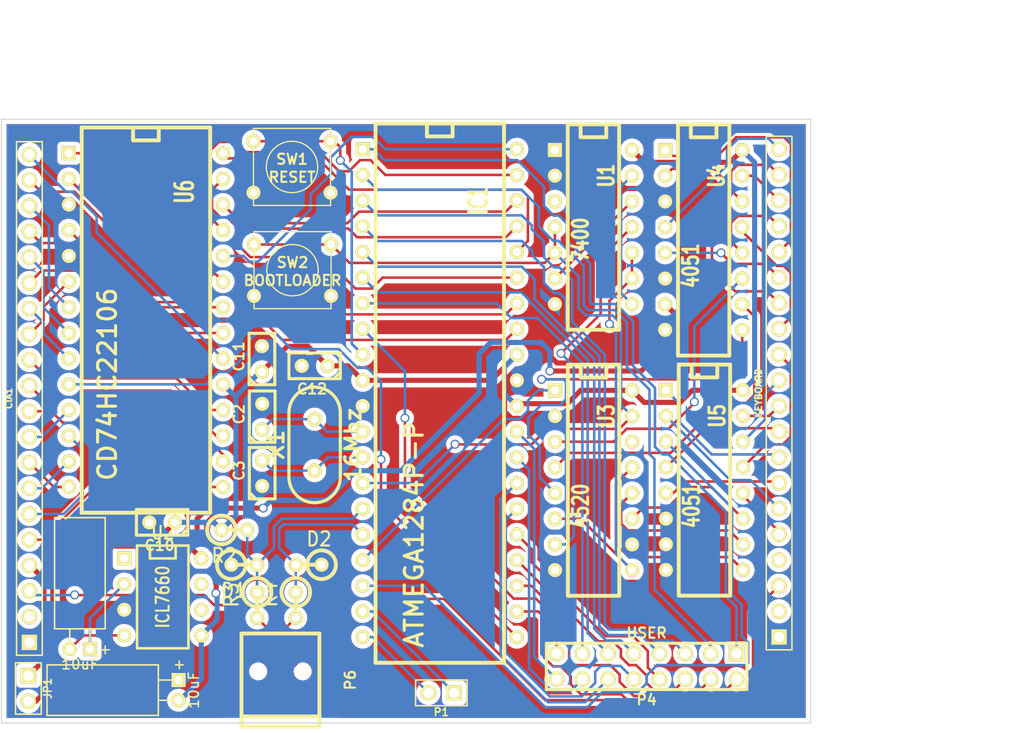
<source format=kicad_pcb>
(kicad_pcb (version 3) (host pcbnew "(2013-07-07 BZR 4022)-stable")
  (layers (15 F.Cu signal) (0 B.Cu signal) (18 B.Paste user) (19 F.Paste user) (20 B.SilkS user) (21 F.SilkS user) (22 B.Mask user) (23 F.Mask user) (28 Edge.Cuts user))
  (net 0 "")
  (net 1 /A0)
  (net 2 /A1)
  (net 3 /A2)
  (net 4 /A3)
  (net 5 /A4)
  (net 6 /A5)
  (net 7 /A6)
  (net 8 /A7)
  (net 9 /B0)
  (net 10 /B1)
  (net 11 /B2)
  (net 12 /B3)
  (net 13 /B4)
  (net 14 /B5)
  (net 15 /B6)
  (net 16 /B7)
  (net 17 /C0)
  (net 18 /C1)
  (net 19 /C2)
  (net 20 /C3)
  (net 21 /C4)
  (net 22 /C5)
  (net 23 /C6)
  (net 24 /C7)
  (net 25 /CD)
  (net 26 /CPA0)
  (net 27 /CPA1)
  (net 28 /CPA2)
  (net 29 /CPA3)
  (net 30 /CPA4)
  (net 31 /CPA5)
  (net 32 /CPD)
  (net 33 /CRES)
  (net 34 /CS)
  (net 35 /CS0)
  (net 36 /CS1)
  (net 37 /CS2)
  (net 38 /D+)
  (net 39 /D-)
  (net 40 /EXTVCC)
  (net 41 /MC)
  (net 42 /MD)
  (net 43 /MR)
  (net 44 /R0)
  (net 45 /R1)
  (net 46 /R2)
  (net 47 /R3)
  (net 48 /R4)
  (net 49 /R5)
  (net 50 /R6)
  (net 51 /R7)
  (net 52 /RCK)
  (net 53 /RS0)
  (net 54 /RS1)
  (net 55 /RS2)
  (net 56 /UA0)
  (net 57 /UA1)
  (net 58 /UA2)
  (net 59 /UA3)
  (net 60 /UA4)
  (net 61 /UA5)
  (net 62 /UA6)
  (net 63 /UA7)
  (net 64 /UB0)
  (net 65 /UB1)
  (net 66 /UB2)
  (net 67 /UB3)
  (net 68 /UB4)
  (net 69 /UB5)
  (net 70 /UB6)
  (net 71 /UB7)
  (net 72 /VEE)
  (net 73 /~CPMR)
  (net 74 /~CPS)
  (net 75 /~RESET)
  (net 76 /~RESTORE)
  (net 77 GND)
  (net 78 N-0000023)
  (net 79 N-0000027)
  (net 80 N-0000028)
  (net 81 N-0000029)
  (net 82 N-0000035)
  (net 83 N-0000046)
  (net 84 N-0000097)
  (net 85 N-0000098)
  (net 86 VCC)
  (module SW_PUSH_SMALL (layer F.Cu) (at 197.4342 133.985)
    (fp_text reference SW2 (at 0 -0.762) (layer F.SilkS) (effects (font (size 1.016 1.016) (thickness 0.2032))))
    (fp_text value BOOTLOADER (at 0 1.016) (layer F.SilkS) (effects (font (size 1.016 1.016) (thickness 0.2032))))
    (pad 1 thru_hole circle (at 3.81 -2.54) (size 1.397 1.397) (drill 0.8128) (layers *.Cu *.Mask F.SilkS) (net 43 /MR))
    (pad 2 thru_hole circle (at 3.81 2.54) (size 1.397 1.397) (drill 0.8128) (layers *.Cu *.Mask F.SilkS) (net 77 GND))
    (pad 1 thru_hole circle (at -3.81 -2.54) (size 1.397 1.397) (drill 0.8128) (layers *.Cu *.Mask F.SilkS) (net 43 /MR))
    (pad 2 thru_hole circle (at -3.81 2.54) (size 1.397 1.397) (drill 0.8128) (layers *.Cu *.Mask F.SilkS) (net 77 GND))
  )
  (module SW_PUSH_SMALL (layer F.Cu) (at 197.3834 123.7742)
    (fp_text reference SW1 (at 0 -0.762) (layer F.SilkS) (effects (font (size 1.016 1.016) (thickness 0.2032))))
    (fp_text value RESET (at 0 1.016) (layer F.SilkS) (effects (font (size 1.016 1.016) (thickness 0.2032))))
    (pad 1 thru_hole circle (at 3.81 -2.54) (size 1.397 1.397) (drill 0.8128) (layers *.Cu *.Mask F.SilkS) (net 75 /~RESET))
    (pad 2 thru_hole circle (at 3.81 2.54) (size 1.397 1.397) (drill 0.8128) (layers *.Cu *.Mask F.SilkS) (net 77 GND))
    (pad 1 thru_hole circle (at -3.81 -2.54) (size 1.397 1.397) (drill 0.8128) (layers *.Cu *.Mask F.SilkS) (net 75 /~RESET))
    (pad 2 thru_hole circle (at -3.81 2.54) (size 1.397 1.397) (drill 0.8128) (layers *.Cu *.Mask F.SilkS) (net 77 GND))
  )
  (module R1 (layer F.Cu) (at 191.6811 159.6771)
    (fp_text reference R2 (at -1.016 2.54) (layer F.SilkS) (effects (font (size 1.397 1.27) (thickness 0.2032))))
    (fp_text value 1k5 hide)
    (pad 1 thru_hole circle (at -1.27 0) (size 1.397 1.397) (drill 0.8128) (layers *.Cu *.Mask F.SilkS) (net 86 VCC))
    (pad 2 thru_hole circle (at 1.27 0) (size 1.397 1.397) (drill 0.8128) (layers *.Cu *.Mask F.SilkS) (net 83 N-0000046))
  )
  (module R1 (layer F.Cu) (at 197.7517 167.1066 270)
    (fp_text reference R4 (at -1.016 2.54 270) (layer F.SilkS) (effects (font (size 1.397 1.27) (thickness 0.2032))))
    (fp_text value 68 hide)
    (pad 1 thru_hole circle (at -1.27 0 270) (size 1.397 1.397) (drill 0.8128) (layers *.Cu *.Mask F.SilkS) (net 82 N-0000035))
    (pad 2 thru_hole circle (at 1.27 0 270) (size 1.397 1.397) (drill 0.8128) (layers *.Cu *.Mask F.SilkS) (net 38 /D+))
  )
  (module R1 (layer F.Cu) (at 193.929 167.1193 270)
    (fp_text reference R3 (at -1.016 2.54 270) (layer F.SilkS) (effects (font (size 1.397 1.27) (thickness 0.2032))))
    (fp_text value 68 hide)
    (pad 1 thru_hole circle (at -1.27 0 270) (size 1.397 1.397) (drill 0.8128) (layers *.Cu *.Mask F.SilkS) (net 83 N-0000046))
    (pad 2 thru_hole circle (at 1.27 0 270) (size 1.397 1.397) (drill 0.8128) (layers *.Cu *.Mask F.SilkS) (net 39 /D-))
  )
  (module pinHeader-20x1 (layer F.Cu) (at 245.5291 146.1389 90)
    (fp_text reference P3 hide)
    (fp_text value KEYBOARD (at 0 -2.032 90) (layer F.SilkS) (effects (font (size 0.63246 0.63246) (thickness 0.15748))))
    (pad 1 thru_hole rect (at -24.13 0 90) (size 1.524 1.524) (drill 1.016) (layers *.Cu *.Mask F.SilkS) (net 77 GND))
    (pad 2 thru_hole circle (at -21.59 0 90) (size 1.524 1.524) (drill 1.016) (layers *.Cu *.Mask F.SilkS))
    (pad 3 thru_hole circle (at -19.05 0 90) (size 1.524 1.524) (drill 1.016) (layers *.Cu *.Mask F.SilkS) (net 76 /~RESTORE))
    (pad 4 thru_hole circle (at -16.51 0 90) (size 1.524 1.524) (drill 1.016) (layers *.Cu *.Mask F.SilkS))
    (pad 5 thru_hole circle (at -13.97 0 90) (size 1.524 1.524) (drill 1.016) (layers *.Cu *.Mask F.SilkS) (net 47 /R3))
    (pad 6 thru_hole circle (at -11.43 0 90) (size 1.524 1.524) (drill 1.016) (layers *.Cu *.Mask F.SilkS) (net 50 /R6))
    (pad 7 thru_hole circle (at -8.89 0 90) (size 1.524 1.524) (drill 1.016) (layers *.Cu *.Mask F.SilkS) (net 49 /R5))
    (pad 8 thru_hole circle (at -6.35 0 90) (size 1.524 1.524) (drill 1.016) (layers *.Cu *.Mask F.SilkS) (net 48 /R4))
    (pad 9 thru_hole circle (at -3.81 0 90) (size 1.524 1.524) (drill 1.016) (layers *.Cu *.Mask F.SilkS) (net 51 /R7))
    (pad 10 thru_hole circle (at -1.27 0 90) (size 1.524 1.524) (drill 1.016) (layers *.Cu *.Mask F.SilkS) (net 46 /R2))
    (pad 11 thru_hole circle (at 1.27 0 90) (size 1.524 1.524) (drill 1.016) (layers *.Cu *.Mask F.SilkS) (net 45 /R1))
    (pad 12 thru_hole circle (at 3.81 0 90) (size 1.524 1.524) (drill 1.016) (layers *.Cu *.Mask F.SilkS) (net 44 /R0))
    (pad 13 thru_hole circle (at 6.35 0 90) (size 1.524 1.524) (drill 1.016) (layers *.Cu *.Mask F.SilkS) (net 17 /C0))
    (pad 14 thru_hole circle (at 8.89 0 90) (size 1.524 1.524) (drill 1.016) (layers *.Cu *.Mask F.SilkS) (net 23 /C6))
    (pad 15 thru_hole circle (at 11.43 0 90) (size 1.524 1.524) (drill 1.016) (layers *.Cu *.Mask F.SilkS) (net 22 /C5))
    (pad 16 thru_hole circle (at 13.97 0 90) (size 1.524 1.524) (drill 1.016) (layers *.Cu *.Mask F.SilkS) (net 21 /C4))
    (pad 17 thru_hole circle (at 16.51 0 90) (size 1.524 1.524) (drill 1.016) (layers *.Cu *.Mask F.SilkS) (net 20 /C3))
    (pad 18 thru_hole circle (at 19.05 0 90) (size 1.524 1.524) (drill 1.016) (layers *.Cu *.Mask F.SilkS) (net 19 /C2))
    (pad 19 thru_hole circle (at 21.59 0 90) (size 1.524 1.524) (drill 1.016) (layers *.Cu *.Mask F.SilkS) (net 18 /C1))
    (pad 20 thru_hole circle (at 24.13 0 90) (size 1.524 1.524) (drill 1.016) (layers *.Cu *.Mask F.SilkS) (net 24 /C7))
  )
  (module pinHeader-20x1 (layer F.Cu) (at 171.4246 146.6723 90)
    (fp_text reference P2 hide)
    (fp_text value CIA1 (at 0 -2.032 90) (layer F.SilkS) (effects (font (size 0.63246 0.63246) (thickness 0.15748))))
    (pad 1 thru_hole rect (at -24.13 0 90) (size 1.524 1.524) (drill 1.016) (layers *.Cu *.Mask F.SilkS) (net 77 GND))
    (pad 2 thru_hole circle (at -21.59 0 90) (size 1.524 1.524) (drill 1.016) (layers *.Cu *.Mask F.SilkS))
    (pad 3 thru_hole circle (at -19.05 0 90) (size 1.524 1.524) (drill 1.016) (layers *.Cu *.Mask F.SilkS) (net 76 /~RESTORE))
    (pad 4 thru_hole circle (at -16.51 0 90) (size 1.524 1.524) (drill 1.016) (layers *.Cu *.Mask F.SilkS) (net 40 /EXTVCC))
    (pad 5 thru_hole circle (at -13.97 0 90) (size 1.524 1.524) (drill 1.016) (layers *.Cu *.Mask F.SilkS) (net 12 /B3))
    (pad 6 thru_hole circle (at -11.43 0 90) (size 1.524 1.524) (drill 1.016) (layers *.Cu *.Mask F.SilkS) (net 15 /B6))
    (pad 7 thru_hole circle (at -8.89 0 90) (size 1.524 1.524) (drill 1.016) (layers *.Cu *.Mask F.SilkS) (net 14 /B5))
    (pad 8 thru_hole circle (at -6.35 0 90) (size 1.524 1.524) (drill 1.016) (layers *.Cu *.Mask F.SilkS) (net 13 /B4))
    (pad 9 thru_hole circle (at -3.81 0 90) (size 1.524 1.524) (drill 1.016) (layers *.Cu *.Mask F.SilkS) (net 16 /B7))
    (pad 10 thru_hole circle (at -1.27 0 90) (size 1.524 1.524) (drill 1.016) (layers *.Cu *.Mask F.SilkS) (net 11 /B2))
    (pad 11 thru_hole circle (at 1.27 0 90) (size 1.524 1.524) (drill 1.016) (layers *.Cu *.Mask F.SilkS) (net 10 /B1))
    (pad 12 thru_hole circle (at 3.81 0 90) (size 1.524 1.524) (drill 1.016) (layers *.Cu *.Mask F.SilkS) (net 9 /B0))
    (pad 13 thru_hole circle (at 6.35 0 90) (size 1.524 1.524) (drill 1.016) (layers *.Cu *.Mask F.SilkS) (net 1 /A0))
    (pad 14 thru_hole circle (at 8.89 0 90) (size 1.524 1.524) (drill 1.016) (layers *.Cu *.Mask F.SilkS) (net 7 /A6))
    (pad 15 thru_hole circle (at 11.43 0 90) (size 1.524 1.524) (drill 1.016) (layers *.Cu *.Mask F.SilkS) (net 6 /A5))
    (pad 16 thru_hole circle (at 13.97 0 90) (size 1.524 1.524) (drill 1.016) (layers *.Cu *.Mask F.SilkS) (net 5 /A4))
    (pad 17 thru_hole circle (at 16.51 0 90) (size 1.524 1.524) (drill 1.016) (layers *.Cu *.Mask F.SilkS) (net 4 /A3))
    (pad 18 thru_hole circle (at 19.05 0 90) (size 1.524 1.524) (drill 1.016) (layers *.Cu *.Mask F.SilkS) (net 3 /A2))
    (pad 19 thru_hole circle (at 21.59 0 90) (size 1.524 1.524) (drill 1.016) (layers *.Cu *.Mask F.SilkS) (net 2 /A1))
    (pad 20 thru_hole circle (at 24.13 0 90) (size 1.524 1.524) (drill 1.016) (layers *.Cu *.Mask F.SilkS) (net 8 /A7))
  )
  (module PIN_ARRAY_2X1 (layer F.Cu) (at 212.1408 175.7934 180)
    (fp_text reference P1 (at 0 -1.905 180) (layer F.SilkS) (effects (font (size 0.762 0.762) (thickness 0.1524))))
    (fp_text value TAPEPORT hide)
    (pad 1 thru_hole rect (at -1.27 0 180) (size 1.524 1.524) (drill 1.016) (layers *.Cu *.Mask F.SilkS) (net 34 /CS))
    (pad 2 thru_hole circle (at 1.27 0 180) (size 1.524 1.524) (drill 1.016) (layers *.Cu *.Mask F.SilkS) (net 25 /CD))
  )
  (module HC-49V (layer F.Cu) (at 199.6186 151.2697 90)
    (fp_text reference X1 (at 0 -3.81 90) (layer F.SilkS) (effects (font (size 1.524 1.524) (thickness 0.3048))))
    (fp_text value 16Mhz (at 0 3.81 90) (layer F.SilkS) (effects (font (size 1.524 1.524) (thickness 0.3048))))
    (pad 1 thru_hole circle (at -2.54 0 90) (size 1.4224 1.4224) (drill 0.762) (layers *.Cu *.Mask F.SilkS) (net 81 N-0000029))
    (pad 2 thru_hole circle (at 2.54 0 90) (size 1.4224 1.4224) (drill 0.762) (layers *.Cu *.Mask F.SilkS) (net 80 N-0000028))
  )
  (module DIP-8__300 (layer F.Cu) (at 184.6072 166.3065 270)
    (fp_text reference U2 (at -6.35 0 360) (layer F.SilkS) (effects (font (size 1.27 1.143) (thickness 0.2032))))
    (fp_text value ICL7660 (at 0 0 270) (layer F.SilkS) (effects (font (size 1.27 1.016) (thickness 0.2032))))
    (pad 1 thru_hole rect (at -3.81 3.81 270) (size 1.397 1.397) (drill 0.8128) (layers *.Cu *.Mask F.SilkS))
    (pad 2 thru_hole circle (at -1.27 3.81 270) (size 1.397 1.397) (drill 0.8128) (layers *.Cu *.Mask F.SilkS) (net 78 N-0000023))
    (pad 3 thru_hole circle (at 1.27 3.81 270) (size 1.397 1.397) (drill 0.8128) (layers *.Cu *.Mask F.SilkS) (net 77 GND))
    (pad 4 thru_hole circle (at 3.81 3.81 270) (size 1.397 1.397) (drill 0.8128) (layers *.Cu *.Mask F.SilkS) (net 79 N-0000027))
    (pad 5 thru_hole circle (at 3.81 -3.81 270) (size 1.397 1.397) (drill 0.8128) (layers *.Cu *.Mask F.SilkS) (net 72 /VEE))
    (pad 6 thru_hole circle (at 1.27 -3.81 270) (size 1.397 1.397) (drill 0.8128) (layers *.Cu *.Mask F.SilkS))
    (pad 7 thru_hole circle (at -1.27 -3.81 270) (size 1.397 1.397) (drill 0.8128) (layers *.Cu *.Mask F.SilkS))
    (pad 8 thru_hole circle (at -3.81 -3.81 270) (size 1.397 1.397) (drill 0.8128) (layers *.Cu *.Mask F.SilkS) (net 86 VCC))
  )
  (module DIP-28__600 (layer F.Cu) (at 182.9435 138.9253 270)
    (fp_text reference U6 (at -12.7 -3.81 270) (layer F.SilkS) (effects (font (size 1.778 1.143) (thickness 0.3048))))
    (fp_text value CD74HC22106 (at 6.35 3.81 270) (layer F.SilkS) (effects (font (size 1.778 1.778) (thickness 0.3048))))
    (pad 1 thru_hole rect (at -16.51 7.62 270) (size 1.397 1.397) (drill 0.8128) (layers *.Cu *.Mask F.SilkS) (net 31 /CPA5))
    (pad 2 thru_hole circle (at -13.97 7.62 270) (size 1.397 1.397) (drill 0.8128) (layers *.Cu *.Mask F.SilkS) (net 74 /~CPS))
    (pad 3 thru_hole circle (at -11.43 7.62 270) (size 1.397 1.397) (drill 0.8128) (layers *.Cu *.Mask F.SilkS) (net 77 GND))
    (pad 4 thru_hole circle (at -8.89 7.62 270) (size 1.397 1.397) (drill 0.8128) (layers *.Cu *.Mask F.SilkS) (net 32 /CPD))
    (pad 5 thru_hole circle (at -6.35 7.62 270) (size 1.397 1.397) (drill 0.8128) (layers *.Cu *.Mask F.SilkS) (net 77 GND))
    (pad 6 thru_hole circle (at -3.81 7.62 270) (size 1.397 1.397) (drill 0.8128) (layers *.Cu *.Mask F.SilkS) (net 1 /A0))
    (pad 7 thru_hole circle (at -1.27 7.62 270) (size 1.397 1.397) (drill 0.8128) (layers *.Cu *.Mask F.SilkS) (net 3 /A2))
    (pad 8 thru_hole circle (at 1.27 7.62 270) (size 1.397 1.397) (drill 0.8128) (layers *.Cu *.Mask F.SilkS) (net 5 /A4))
    (pad 9 thru_hole circle (at 3.81 7.62 270) (size 1.397 1.397) (drill 0.8128) (layers *.Cu *.Mask F.SilkS) (net 7 /A6))
    (pad 10 thru_hole circle (at 6.35 7.62 270) (size 1.397 1.397) (drill 0.8128) (layers *.Cu *.Mask F.SilkS) (net 73 /~CPMR))
    (pad 11 thru_hole circle (at 8.89 7.62 270) (size 1.397 1.397) (drill 0.8128) (layers *.Cu *.Mask F.SilkS) (net 16 /B7))
    (pad 12 thru_hole circle (at 11.43 7.62 270) (size 1.397 1.397) (drill 0.8128) (layers *.Cu *.Mask F.SilkS) (net 15 /B6))
    (pad 13 thru_hole circle (at 13.97 7.62 270) (size 1.397 1.397) (drill 0.8128) (layers *.Cu *.Mask F.SilkS) (net 14 /B5))
    (pad 14 thru_hole circle (at 16.51 7.62 270) (size 1.397 1.397) (drill 0.8128) (layers *.Cu *.Mask F.SilkS) (net 13 /B4))
    (pad 15 thru_hole circle (at 16.51 -7.62 270) (size 1.397 1.397) (drill 0.8128) (layers *.Cu *.Mask F.SilkS) (net 12 /B3))
    (pad 16 thru_hole circle (at 13.97 -7.62 270) (size 1.397 1.397) (drill 0.8128) (layers *.Cu *.Mask F.SilkS) (net 11 /B2))
    (pad 17 thru_hole circle (at 11.43 -7.62 270) (size 1.397 1.397) (drill 0.8128) (layers *.Cu *.Mask F.SilkS) (net 10 /B1))
    (pad 18 thru_hole circle (at 8.89 -7.62 270) (size 1.397 1.397) (drill 0.8128) (layers *.Cu *.Mask F.SilkS) (net 9 /B0))
    (pad 19 thru_hole circle (at 6.35 -7.62 270) (size 1.397 1.397) (drill 0.8128) (layers *.Cu *.Mask F.SilkS) (net 86 VCC))
    (pad 20 thru_hole circle (at 3.81 -7.62 270) (size 1.397 1.397) (drill 0.8128) (layers *.Cu *.Mask F.SilkS) (net 8 /A7))
    (pad 21 thru_hole circle (at 1.27 -7.62 270) (size 1.397 1.397) (drill 0.8128) (layers *.Cu *.Mask F.SilkS) (net 6 /A5))
    (pad 22 thru_hole circle (at -1.27 -7.62 270) (size 1.397 1.397) (drill 0.8128) (layers *.Cu *.Mask F.SilkS) (net 4 /A3))
    (pad 23 thru_hole circle (at -3.81 -7.62 270) (size 1.397 1.397) (drill 0.8128) (layers *.Cu *.Mask F.SilkS) (net 2 /A1))
    (pad 24 thru_hole circle (at -6.35 -7.62 270) (size 1.397 1.397) (drill 0.8128) (layers *.Cu *.Mask F.SilkS) (net 26 /CPA0))
    (pad 25 thru_hole circle (at -8.89 -7.62 270) (size 1.397 1.397) (drill 0.8128) (layers *.Cu *.Mask F.SilkS) (net 27 /CPA1))
    (pad 26 thru_hole circle (at -11.43 -7.62 270) (size 1.397 1.397) (drill 0.8128) (layers *.Cu *.Mask F.SilkS) (net 28 /CPA2))
    (pad 27 thru_hole circle (at -13.97 -7.62 270) (size 1.397 1.397) (drill 0.8128) (layers *.Cu *.Mask F.SilkS) (net 29 /CPA3))
    (pad 28 thru_hole circle (at -16.51 -7.62 270) (size 1.397 1.397) (drill 0.8128) (layers *.Cu *.Mask F.SilkS) (net 30 /CPA4))
  )
  (module C1 (layer F.Cu) (at 184.5437 158.9278 180)
    (fp_text reference C10 (at 0.254 -2.286 180) (layer F.SilkS) (effects (font (size 1.016 1.016) (thickness 0.2032))))
    (fp_text value 100nF hide)
    (pad 1 thru_hole circle (at -1.27 0 180) (size 1.397 1.397) (drill 0.8128) (layers *.Cu *.Mask F.SilkS) (net 86 VCC))
    (pad 2 thru_hole circle (at 1.27 0 180) (size 1.397 1.397) (drill 0.8128) (layers *.Cu *.Mask F.SilkS) (net 77 GND))
  )
  (module C1 (layer F.Cu) (at 194.4116 142.7734 90)
    (fp_text reference C11 (at 0.254 -2.286 90) (layer F.SilkS) (effects (font (size 1.016 1.016) (thickness 0.2032))))
    (fp_text value 100nF hide)
    (pad 1 thru_hole circle (at -1.27 0 90) (size 1.397 1.397) (drill 0.8128) (layers *.Cu *.Mask F.SilkS) (net 86 VCC))
    (pad 2 thru_hole circle (at 1.27 0 90) (size 1.397 1.397) (drill 0.8128) (layers *.Cu *.Mask F.SilkS) (net 77 GND))
  )
  (module C1 (layer F.Cu) (at 199.6186 143.4465 180)
    (fp_text reference C12 (at 0.254 -2.286 180) (layer F.SilkS) (effects (font (size 1.016 1.016) (thickness 0.2032))))
    (fp_text value 100nF hide)
    (pad 1 thru_hole circle (at -1.27 0 180) (size 1.397 1.397) (drill 0.8128) (layers *.Cu *.Mask F.SilkS) (net 86 VCC))
    (pad 2 thru_hole circle (at 1.27 0 180) (size 1.397 1.397) (drill 0.8128) (layers *.Cu *.Mask F.SilkS) (net 77 GND))
  )
  (module C1 (layer F.Cu) (at 194.437 154.0637 90)
    (fp_text reference C3 (at 0.254 -2.286 90) (layer F.SilkS) (effects (font (size 1.016 1.016) (thickness 0.2032))))
    (fp_text value 18nF hide)
    (pad 1 thru_hole circle (at -1.27 0 90) (size 1.397 1.397) (drill 0.8128) (layers *.Cu *.Mask F.SilkS) (net 77 GND))
    (pad 2 thru_hole circle (at 1.27 0 90) (size 1.397 1.397) (drill 0.8128) (layers *.Cu *.Mask F.SilkS) (net 81 N-0000029))
  )
  (module R1 (layer F.Cu) (at 192.659 163.1188)
    (fp_text reference D1 (at -1.016 2.54) (layer F.SilkS) (effects (font (size 1.397 1.27) (thickness 0.2032))))
    (fp_text value 3.6V hide)
    (pad 1 thru_hole circle (at -1.27 0) (size 1.397 1.397) (drill 0.8128) (layers *.Cu *.Mask F.SilkS) (net 77 GND))
    (pad 2 thru_hole circle (at 1.27 0) (size 1.397 1.397) (drill 0.8128) (layers *.Cu *.Mask F.SilkS) (net 83 N-0000046))
  )
  (module R1 (layer F.Cu) (at 199.0344 163.1188 180)
    (fp_text reference D2 (at -1.016 2.54 180) (layer F.SilkS) (effects (font (size 1.397 1.27) (thickness 0.2032))))
    (fp_text value 3.6V hide)
    (pad 1 thru_hole circle (at -1.27 0 180) (size 1.397 1.397) (drill 0.8128) (layers *.Cu *.Mask F.SilkS) (net 77 GND))
    (pad 2 thru_hole circle (at 1.27 0 180) (size 1.397 1.397) (drill 0.8128) (layers *.Cu *.Mask F.SilkS) (net 82 N-0000035))
  )
  (module C1 (layer F.Cu) (at 194.437 148.4757 90)
    (fp_text reference C2 (at 0.254 -2.286 90) (layer F.SilkS) (effects (font (size 1.016 1.016) (thickness 0.2032))))
    (fp_text value 18nF hide)
    (pad 1 thru_hole circle (at -1.27 0 90) (size 1.397 1.397) (drill 0.8128) (layers *.Cu *.Mask F.SilkS) (net 80 N-0000028))
    (pad 2 thru_hole circle (at 1.27 0 90) (size 1.397 1.397) (drill 0.8128) (layers *.Cu *.Mask F.SilkS) (net 77 GND))
  )
  (module DIP-16__300 (layer F.Cu) (at 238.1504 154.7495 270)
    (fp_text reference U5 (at -6.35 -1.27 270) (layer F.SilkS) (effects (font (size 1.524 1.143) (thickness 0.3048))))
    (fp_text value 4051 (at 2.54 1.27 270) (layer F.SilkS) (effects (font (size 1.524 1.143) (thickness 0.3048))))
    (pad 1 thru_hole rect (at -8.89 3.81 270) (size 1.397 1.397) (drill 0.8128) (layers *.Cu *.Mask F.SilkS) (net 48 /R4))
    (pad 2 thru_hole circle (at -6.35 3.81 270) (size 1.397 1.397) (drill 0.8128) (layers *.Cu *.Mask F.SilkS) (net 50 /R6))
    (pad 3 thru_hole circle (at -3.81 3.81 270) (size 1.397 1.397) (drill 0.8128) (layers *.Cu *.Mask F.SilkS) (net 42 /MD))
    (pad 4 thru_hole circle (at -1.27 3.81 270) (size 1.397 1.397) (drill 0.8128) (layers *.Cu *.Mask F.SilkS) (net 51 /R7))
    (pad 5 thru_hole circle (at 1.27 3.81 270) (size 1.397 1.397) (drill 0.8128) (layers *.Cu *.Mask F.SilkS) (net 49 /R5))
    (pad 6 thru_hole circle (at 3.81 3.81 270) (size 1.397 1.397) (drill 0.8128) (layers *.Cu *.Mask F.SilkS) (net 77 GND))
    (pad 7 thru_hole circle (at 6.35 3.81 270) (size 1.397 1.397) (drill 0.8128) (layers *.Cu *.Mask F.SilkS) (net 77 GND))
    (pad 8 thru_hole circle (at 8.89 3.81 270) (size 1.397 1.397) (drill 0.8128) (layers *.Cu *.Mask F.SilkS) (net 77 GND))
    (pad 9 thru_hole circle (at 8.89 -3.81 270) (size 1.397 1.397) (drill 0.8128) (layers *.Cu *.Mask F.SilkS) (net 55 /RS2))
    (pad 10 thru_hole circle (at 6.35 -3.81 270) (size 1.397 1.397) (drill 0.8128) (layers *.Cu *.Mask F.SilkS) (net 54 /RS1))
    (pad 11 thru_hole circle (at 3.81 -3.81 270) (size 1.397 1.397) (drill 0.8128) (layers *.Cu *.Mask F.SilkS) (net 53 /RS0))
    (pad 12 thru_hole circle (at 1.27 -3.81 270) (size 1.397 1.397) (drill 0.8128) (layers *.Cu *.Mask F.SilkS) (net 47 /R3))
    (pad 13 thru_hole circle (at -1.27 -3.81 270) (size 1.397 1.397) (drill 0.8128) (layers *.Cu *.Mask F.SilkS) (net 44 /R0))
    (pad 14 thru_hole circle (at -3.81 -3.81 270) (size 1.397 1.397) (drill 0.8128) (layers *.Cu *.Mask F.SilkS) (net 45 /R1))
    (pad 15 thru_hole circle (at -6.35 -3.81 270) (size 1.397 1.397) (drill 0.8128) (layers *.Cu *.Mask F.SilkS) (net 46 /R2))
    (pad 16 thru_hole circle (at -8.89 -3.81 270) (size 1.397 1.397) (drill 0.8128) (layers *.Cu *.Mask F.SilkS) (net 86 VCC))
  )
  (module DIP-16__300 (layer F.Cu) (at 238.0742 131.0005 270)
    (fp_text reference U4 (at -6.35 -1.27 270) (layer F.SilkS) (effects (font (size 1.524 1.143) (thickness 0.3048))))
    (fp_text value 4051 (at 2.54 1.27 270) (layer F.SilkS) (effects (font (size 1.524 1.143) (thickness 0.3048))))
    (pad 1 thru_hole rect (at -8.89 3.81 270) (size 1.397 1.397) (drill 0.8128) (layers *.Cu *.Mask F.SilkS) (net 21 /C4))
    (pad 2 thru_hole circle (at -6.35 3.81 270) (size 1.397 1.397) (drill 0.8128) (layers *.Cu *.Mask F.SilkS) (net 23 /C6))
    (pad 3 thru_hole circle (at -3.81 3.81 270) (size 1.397 1.397) (drill 0.8128) (layers *.Cu *.Mask F.SilkS) (net 77 GND))
    (pad 4 thru_hole circle (at -1.27 3.81 270) (size 1.397 1.397) (drill 0.8128) (layers *.Cu *.Mask F.SilkS) (net 24 /C7))
    (pad 5 thru_hole circle (at 1.27 3.81 270) (size 1.397 1.397) (drill 0.8128) (layers *.Cu *.Mask F.SilkS) (net 22 /C5))
    (pad 6 thru_hole circle (at 3.81 3.81 270) (size 1.397 1.397) (drill 0.8128) (layers *.Cu *.Mask F.SilkS) (net 77 GND))
    (pad 7 thru_hole circle (at 6.35 3.81 270) (size 1.397 1.397) (drill 0.8128) (layers *.Cu *.Mask F.SilkS) (net 72 /VEE))
    (pad 8 thru_hole circle (at 8.89 3.81 270) (size 1.397 1.397) (drill 0.8128) (layers *.Cu *.Mask F.SilkS) (net 77 GND))
    (pad 9 thru_hole circle (at 8.89 -3.81 270) (size 1.397 1.397) (drill 0.8128) (layers *.Cu *.Mask F.SilkS) (net 37 /CS2))
    (pad 10 thru_hole circle (at 6.35 -3.81 270) (size 1.397 1.397) (drill 0.8128) (layers *.Cu *.Mask F.SilkS) (net 36 /CS1))
    (pad 11 thru_hole circle (at 3.81 -3.81 270) (size 1.397 1.397) (drill 0.8128) (layers *.Cu *.Mask F.SilkS) (net 35 /CS0))
    (pad 12 thru_hole circle (at 1.27 -3.81 270) (size 1.397 1.397) (drill 0.8128) (layers *.Cu *.Mask F.SilkS) (net 20 /C3))
    (pad 13 thru_hole circle (at -1.27 -3.81 270) (size 1.397 1.397) (drill 0.8128) (layers *.Cu *.Mask F.SilkS) (net 17 /C0))
    (pad 14 thru_hole circle (at -3.81 -3.81 270) (size 1.397 1.397) (drill 0.8128) (layers *.Cu *.Mask F.SilkS) (net 18 /C1))
    (pad 15 thru_hole circle (at -6.35 -3.81 270) (size 1.397 1.397) (drill 0.8128) (layers *.Cu *.Mask F.SilkS) (net 19 /C2))
    (pad 16 thru_hole circle (at -8.89 -3.81 270) (size 1.397 1.397) (drill 0.8128) (layers *.Cu *.Mask F.SilkS) (net 86 VCC))
  )
  (module DIP-16__300 (layer F.Cu) (at 227.1903 154.7622 270)
    (fp_text reference U3 (at -6.35 -1.27 270) (layer F.SilkS) (effects (font (size 1.524 1.143) (thickness 0.3048))))
    (fp_text value 4520 (at 2.54 1.27 270) (layer F.SilkS) (effects (font (size 1.524 1.143) (thickness 0.3048))))
    (pad 1 thru_hole rect (at -8.89 3.81 270) (size 1.397 1.397) (drill 0.8128) (layers *.Cu *.Mask F.SilkS) (net 41 /MC))
    (pad 2 thru_hole circle (at -6.35 3.81 270) (size 1.397 1.397) (drill 0.8128) (layers *.Cu *.Mask F.SilkS) (net 77 GND))
    (pad 3 thru_hole circle (at -3.81 3.81 270) (size 1.397 1.397) (drill 0.8128) (layers *.Cu *.Mask F.SilkS) (net 35 /CS0))
    (pad 4 thru_hole circle (at -1.27 3.81 270) (size 1.397 1.397) (drill 0.8128) (layers *.Cu *.Mask F.SilkS) (net 36 /CS1))
    (pad 5 thru_hole circle (at 1.27 3.81 270) (size 1.397 1.397) (drill 0.8128) (layers *.Cu *.Mask F.SilkS) (net 37 /CS2))
    (pad 6 thru_hole circle (at 3.81 3.81 270) (size 1.397 1.397) (drill 0.8128) (layers *.Cu *.Mask F.SilkS) (net 52 /RCK))
    (pad 7 thru_hole circle (at 6.35 3.81 270) (size 1.397 1.397) (drill 0.8128) (layers *.Cu *.Mask F.SilkS) (net 33 /CRES))
    (pad 8 thru_hole circle (at 8.89 3.81 270) (size 1.397 1.397) (drill 0.8128) (layers *.Cu *.Mask F.SilkS) (net 77 GND))
    (pad 9 thru_hole circle (at 8.89 -3.81 270) (size 1.397 1.397) (drill 0.8128) (layers *.Cu *.Mask F.SilkS) (net 52 /RCK))
    (pad 10 thru_hole circle (at 6.35 -3.81 270) (size 1.397 1.397) (drill 0.8128) (layers *.Cu *.Mask F.SilkS) (net 77 GND))
    (pad 11 thru_hole circle (at 3.81 -3.81 270) (size 1.397 1.397) (drill 0.8128) (layers *.Cu *.Mask F.SilkS) (net 53 /RS0))
    (pad 12 thru_hole circle (at 1.27 -3.81 270) (size 1.397 1.397) (drill 0.8128) (layers *.Cu *.Mask F.SilkS) (net 54 /RS1))
    (pad 13 thru_hole circle (at -1.27 -3.81 270) (size 1.397 1.397) (drill 0.8128) (layers *.Cu *.Mask F.SilkS) (net 55 /RS2))
    (pad 14 thru_hole circle (at -3.81 -3.81 270) (size 1.397 1.397) (drill 0.8128) (layers *.Cu *.Mask F.SilkS))
    (pad 15 thru_hole circle (at -6.35 -3.81 270) (size 1.397 1.397) (drill 0.8128) (layers *.Cu *.Mask F.SilkS) (net 43 /MR))
    (pad 16 thru_hole circle (at -8.89 -3.81 270) (size 1.397 1.397) (drill 0.8128) (layers *.Cu *.Mask F.SilkS) (net 86 VCC))
  )
  (module DIP-14__300 (layer F.Cu) (at 227.1776 129.7178 270)
    (fp_text reference U1 (at -5.08 -1.27 270) (layer F.SilkS) (effects (font (size 1.524 1.143) (thickness 0.3048))))
    (fp_text value 7400 (at 1.27 1.27 270) (layer F.SilkS) (effects (font (size 1.524 1.143) (thickness 0.3048))))
    (pad 1 thru_hole rect (at -7.62 3.81 270) (size 1.397 1.397) (drill 0.8128) (layers *.Cu *.Mask F.SilkS) (net 77 GND))
    (pad 2 thru_hole circle (at -5.08 3.81 270) (size 1.397 1.397) (drill 0.8128) (layers *.Cu *.Mask F.SilkS) (net 77 GND))
    (pad 3 thru_hole circle (at -2.54 3.81 270) (size 1.397 1.397) (drill 0.8128) (layers *.Cu *.Mask F.SilkS))
    (pad 4 thru_hole circle (at 0 3.81 270) (size 1.397 1.397) (drill 0.8128) (layers *.Cu *.Mask F.SilkS) (net 43 /MR))
    (pad 5 thru_hole circle (at 2.54 3.81 270) (size 1.397 1.397) (drill 0.8128) (layers *.Cu *.Mask F.SilkS) (net 43 /MR))
    (pad 6 thru_hole circle (at 5.08 3.81 270) (size 1.397 1.397) (drill 0.8128) (layers *.Cu *.Mask F.SilkS) (net 84 N-0000097))
    (pad 7 thru_hole circle (at 7.62 3.81 270) (size 1.397 1.397) (drill 0.8128) (layers *.Cu *.Mask F.SilkS) (net 77 GND))
    (pad 8 thru_hole circle (at 7.62 -3.81 270) (size 1.397 1.397) (drill 0.8128) (layers *.Cu *.Mask F.SilkS) (net 85 N-0000098))
    (pad 9 thru_hole circle (at 5.08 -3.81 270) (size 1.397 1.397) (drill 0.8128) (layers *.Cu *.Mask F.SilkS) (net 52 /RCK))
    (pad 10 thru_hole circle (at 2.54 -3.81 270) (size 1.397 1.397) (drill 0.8128) (layers *.Cu *.Mask F.SilkS) (net 52 /RCK))
    (pad 11 thru_hole circle (at 0 -3.81 270) (size 1.397 1.397) (drill 0.8128) (layers *.Cu *.Mask F.SilkS) (net 33 /CRES))
    (pad 12 thru_hole circle (at -2.54 -3.81 270) (size 1.397 1.397) (drill 0.8128) (layers *.Cu *.Mask F.SilkS) (net 84 N-0000097))
    (pad 13 thru_hole circle (at -5.08 -3.81 270) (size 1.397 1.397) (drill 0.8128) (layers *.Cu *.Mask F.SilkS) (net 85 N-0000098))
    (pad 14 thru_hole circle (at -7.62 -3.81 270) (size 1.397 1.397) (drill 0.8128) (layers *.Cu *.Mask F.SilkS) (net 86 VCC))
  )
  (module DIP-40__600 (layer F.Cu) (at 211.9884 146.1516 270)
    (fp_text reference IC1 (at -19.05 -3.81 270) (layer F.SilkS) (effects (font (size 1.778 1.143) (thickness 0.3048))))
    (fp_text value ATMEGA1284P-P (at 13.97 2.54 270) (layer F.SilkS) (effects (font (size 1.778 1.778) (thickness 0.3048))))
    (pad 1 thru_hole rect (at -24.13 7.62 270) (size 1.397 1.397) (drill 0.8128) (layers *.Cu *.Mask F.SilkS) (net 56 /UA0))
    (pad 2 thru_hole circle (at -21.59 7.62 270) (size 1.397 1.397) (drill 0.8128) (layers *.Cu *.Mask F.SilkS) (net 57 /UA1))
    (pad 3 thru_hole circle (at -19.05 7.62 270) (size 1.397 1.397) (drill 0.8128) (layers *.Cu *.Mask F.SilkS) (net 58 /UA2))
    (pad 4 thru_hole circle (at -16.51 7.62 270) (size 1.397 1.397) (drill 0.8128) (layers *.Cu *.Mask F.SilkS) (net 59 /UA3))
    (pad 5 thru_hole circle (at -13.97 7.62 270) (size 1.397 1.397) (drill 0.8128) (layers *.Cu *.Mask F.SilkS) (net 60 /UA4))
    (pad 6 thru_hole circle (at -11.43 7.62 270) (size 1.397 1.397) (drill 0.8128) (layers *.Cu *.Mask F.SilkS) (net 61 /UA5))
    (pad 7 thru_hole circle (at -8.89 7.62 270) (size 1.397 1.397) (drill 0.8128) (layers *.Cu *.Mask F.SilkS) (net 62 /UA6))
    (pad 8 thru_hole circle (at -6.35 7.62 270) (size 1.397 1.397) (drill 0.8128) (layers *.Cu *.Mask F.SilkS) (net 63 /UA7))
    (pad 9 thru_hole circle (at -3.81 7.62 270) (size 1.397 1.397) (drill 0.8128) (layers *.Cu *.Mask F.SilkS) (net 75 /~RESET))
    (pad 10 thru_hole circle (at -1.27 7.62 270) (size 1.397 1.397) (drill 0.8128) (layers *.Cu *.Mask F.SilkS) (net 86 VCC))
    (pad 11 thru_hole circle (at 1.27 7.62 270) (size 1.397 1.397) (drill 0.8128) (layers *.Cu *.Mask F.SilkS) (net 77 GND))
    (pad 12 thru_hole circle (at 3.81 7.62 270) (size 1.397 1.397) (drill 0.8128) (layers *.Cu *.Mask F.SilkS) (net 80 N-0000028))
    (pad 13 thru_hole circle (at 6.35 7.62 270) (size 1.397 1.397) (drill 0.8128) (layers *.Cu *.Mask F.SilkS) (net 81 N-0000029))
    (pad 14 thru_hole circle (at 8.89 7.62 270) (size 1.397 1.397) (drill 0.8128) (layers *.Cu *.Mask F.SilkS) (net 43 /MR))
    (pad 15 thru_hole circle (at 11.43 7.62 270) (size 1.397 1.397) (drill 0.8128) (layers *.Cu *.Mask F.SilkS) (net 83 N-0000046))
    (pad 16 thru_hole circle (at 13.97 7.62 270) (size 1.397 1.397) (drill 0.8128) (layers *.Cu *.Mask F.SilkS) (net 82 N-0000035))
    (pad 17 thru_hole circle (at 16.51 7.62 270) (size 1.397 1.397) (drill 0.8128) (layers *.Cu *.Mask F.SilkS) (net 41 /MC))
    (pad 18 thru_hole circle (at 19.05 7.62 270) (size 1.397 1.397) (drill 0.8128) (layers *.Cu *.Mask F.SilkS) (net 42 /MD))
    (pad 19 thru_hole circle (at 21.59 7.62 270) (size 1.397 1.397) (drill 0.8128) (layers *.Cu *.Mask F.SilkS) (net 34 /CS))
    (pad 20 thru_hole circle (at 24.13 7.62 270) (size 1.397 1.397) (drill 0.8128) (layers *.Cu *.Mask F.SilkS) (net 25 /CD))
    (pad 21 thru_hole circle (at 24.13 -7.62 270) (size 1.397 1.397) (drill 0.8128) (layers *.Cu *.Mask F.SilkS) (net 73 /~CPMR))
    (pad 22 thru_hole circle (at 21.59 -7.62 270) (size 1.397 1.397) (drill 0.8128) (layers *.Cu *.Mask F.SilkS) (net 64 /UB0))
    (pad 23 thru_hole circle (at 19.05 -7.62 270) (size 1.397 1.397) (drill 0.8128) (layers *.Cu *.Mask F.SilkS) (net 65 /UB1))
    (pad 24 thru_hole circle (at 16.51 -7.62 270) (size 1.397 1.397) (drill 0.8128) (layers *.Cu *.Mask F.SilkS) (net 66 /UB2))
    (pad 25 thru_hole circle (at 13.97 -7.62 270) (size 1.397 1.397) (drill 0.8128) (layers *.Cu *.Mask F.SilkS) (net 67 /UB3))
    (pad 26 thru_hole circle (at 11.43 -7.62 270) (size 1.397 1.397) (drill 0.8128) (layers *.Cu *.Mask F.SilkS) (net 68 /UB4))
    (pad 27 thru_hole circle (at 8.89 -7.62 270) (size 1.397 1.397) (drill 0.8128) (layers *.Cu *.Mask F.SilkS) (net 69 /UB5))
    (pad 28 thru_hole circle (at 6.35 -7.62 270) (size 1.397 1.397) (drill 0.8128) (layers *.Cu *.Mask F.SilkS) (net 70 /UB6))
    (pad 29 thru_hole circle (at 3.81 -7.62 270) (size 1.397 1.397) (drill 0.8128) (layers *.Cu *.Mask F.SilkS) (net 71 /UB7))
    (pad 30 thru_hole circle (at 1.27 -7.62 270) (size 1.397 1.397) (drill 0.8128) (layers *.Cu *.Mask F.SilkS) (net 86 VCC))
    (pad 31 thru_hole circle (at -1.27 -7.62 270) (size 1.397 1.397) (drill 0.8128) (layers *.Cu *.Mask F.SilkS) (net 77 GND))
    (pad 32 thru_hole circle (at -3.81 -7.62 270) (size 1.397 1.397) (drill 0.8128) (layers *.Cu *.Mask F.SilkS) (net 86 VCC))
    (pad 33 thru_hole circle (at -6.35 -7.62 270) (size 1.397 1.397) (drill 0.8128) (layers *.Cu *.Mask F.SilkS) (net 32 /CPD))
    (pad 34 thru_hole circle (at -8.89 -7.62 270) (size 1.397 1.397) (drill 0.8128) (layers *.Cu *.Mask F.SilkS) (net 74 /~CPS))
    (pad 35 thru_hole circle (at -11.43 -7.62 270) (size 1.397 1.397) (drill 0.8128) (layers *.Cu *.Mask F.SilkS) (net 31 /CPA5))
    (pad 36 thru_hole circle (at -13.97 -7.62 270) (size 1.397 1.397) (drill 0.8128) (layers *.Cu *.Mask F.SilkS) (net 30 /CPA4))
    (pad 37 thru_hole circle (at -16.51 -7.62 270) (size 1.397 1.397) (drill 0.8128) (layers *.Cu *.Mask F.SilkS) (net 29 /CPA3))
    (pad 38 thru_hole circle (at -19.05 -7.62 270) (size 1.397 1.397) (drill 0.8128) (layers *.Cu *.Mask F.SilkS) (net 28 /CPA2))
    (pad 39 thru_hole circle (at -21.59 -7.62 270) (size 1.397 1.397) (drill 0.8128) (layers *.Cu *.Mask F.SilkS) (net 27 /CPA1))
    (pad 40 thru_hole circle (at -24.13 -7.62 270) (size 1.397 1.397) (drill 0.8128) (layers *.Cu *.Mask F.SilkS) (net 26 /CPA0))
  )
  (module USB_MINI_B_CORRECTED (layer F.Cu) (at 196.2404 174.5234 90)
    (fp_text reference P6 (at 0 6.90118 90) (layer F.SilkS) (effects (font (size 1.016 1.016) (thickness 0.2032))))
    (fp_text value USB hide)
    (pad 1 smd rect (at 3.44932 -1.6002 90) (size 2.30124 0.50038) (layers F.Cu F.Paste F.Mask))
    (pad 2 smd rect (at 3.44932 -0.8001 90) (size 2.30124 0.50038) (layers F.Cu F.Paste F.Mask) (net 39 /D-))
    (pad 3 smd rect (at 3.44932 0 90) (size 2.30124 0.50038) (layers F.Cu F.Paste F.Mask) (net 38 /D+))
    (pad 4 smd rect (at 3.44932 0.8001 90) (size 2.30124 0.50038) (layers F.Cu F.Paste F.Mask))
    (pad 5 smd rect (at 3.44932 1.6002 90) (size 2.30124 0.50038) (layers F.Cu F.Paste F.Mask) (net 77 GND))
    (pad 6 smd rect (at 3.35026 -4.45008 90) (size 2.49936 1.99898) (layers F.Cu F.Paste F.Mask))
    (pad 7 smd rect (at -2.14884 -4.45008 90) (size 2.49936 1.99898) (layers F.Cu F.Paste F.Mask))
    (pad 8 smd rect (at 3.35026 4.45008 90) (size 2.49936 1.99898) (layers F.Cu F.Paste F.Mask))
    (pad 9 smd rect (at -2.14884 4.45008 90) (size 2.49936 1.99898) (layers F.Cu F.Paste F.Mask))
    (pad "" np_thru_hole circle (at 0.8509 -2.19964 90) (size 0.89916 0.89916) (drill 0.89916) (layers *.Cu *.Mask F.SilkS))
    (pad "" np_thru_hole circle (at 0.8509 2.19964 90) (size 0.89916 0.89916) (drill 0.89916) (layers *.Cu *.Mask F.SilkS))
  )
  (module pin_array_8x2 (layer F.Cu) (at 232.4354 173.1772 180)
    (fp_text reference P4 (at 0 -3.302 180) (layer F.SilkS) (effects (font (size 1.016 1.016) (thickness 0.2032))))
    (fp_text value USER (at 0 3.302 180) (layer F.SilkS) (effects (font (size 1.016 1.016) (thickness 0.2032))))
    (pad 1 thru_hole rect (at -8.89 1.27 180) (size 1.524 1.524) (drill 1.016) (layers *.Cu *.Mask F.SilkS) (net 56 /UA0))
    (pad 2 thru_hole circle (at -8.89 -1.27 180) (size 1.524 1.524) (drill 1.016) (layers *.Cu *.Mask F.SilkS) (net 64 /UB0))
    (pad 3 thru_hole circle (at -6.35 1.27 180) (size 1.524 1.524) (drill 1.016) (layers *.Cu *.Mask F.SilkS) (net 57 /UA1))
    (pad 4 thru_hole circle (at -6.35 -1.27 180) (size 1.524 1.524) (drill 1.016) (layers *.Cu *.Mask F.SilkS) (net 65 /UB1))
    (pad 5 thru_hole circle (at -3.81 1.27 180) (size 1.524 1.524) (drill 1.016) (layers *.Cu *.Mask F.SilkS) (net 58 /UA2))
    (pad 6 thru_hole circle (at -3.81 -1.27 180) (size 1.524 1.524) (drill 1.016) (layers *.Cu *.Mask F.SilkS) (net 66 /UB2))
    (pad 7 thru_hole circle (at -1.27 1.27 180) (size 1.524 1.524) (drill 1.016) (layers *.Cu *.Mask F.SilkS) (net 59 /UA3))
    (pad 8 thru_hole circle (at -1.27 -1.27 180) (size 1.524 1.524) (drill 1.016) (layers *.Cu *.Mask F.SilkS) (net 67 /UB3))
    (pad 9 thru_hole circle (at 1.27 1.27 180) (size 1.524 1.524) (drill 1.016) (layers *.Cu *.Mask F.SilkS) (net 60 /UA4))
    (pad 10 thru_hole circle (at 1.27 -1.27 180) (size 1.524 1.524) (drill 1.016) (layers *.Cu *.Mask F.SilkS) (net 68 /UB4))
    (pad 11 thru_hole circle (at 3.81 1.27 180) (size 1.524 1.524) (drill 1.016) (layers *.Cu *.Mask F.SilkS) (net 61 /UA5))
    (pad 12 thru_hole circle (at 3.81 -1.27 180) (size 1.524 1.524) (drill 1.016) (layers *.Cu *.Mask F.SilkS) (net 69 /UB5))
    (pad 13 thru_hole circle (at 6.35 1.27 180) (size 1.524 1.524) (drill 1.016) (layers *.Cu *.Mask F.SilkS) (net 62 /UA6))
    (pad 14 thru_hole circle (at 6.35 -1.27 180) (size 1.524 1.524) (drill 1.016) (layers *.Cu *.Mask F.SilkS) (net 70 /UB6))
    (pad 15 thru_hole circle (at 8.89 1.27 180) (size 1.524 1.524) (drill 1.016) (layers *.Cu *.Mask F.SilkS) (net 63 /UA7))
    (pad 16 thru_hole circle (at 8.89 -1.27 180) (size 1.524 1.524) (drill 1.016) (layers *.Cu *.Mask F.SilkS) (net 71 /UB7))
  )
  (module CR2H11W5H (layer F.Cu) (at 176.4157 171.4627 180)
    (fp_text reference C4 hide)
    (fp_text value 10uF (at 0 -1.5 180) (layer F.SilkS))
    (fp_text user + (at -2.5 0 180) (layer F.SilkS))
    (pad 1 thru_hole rect (at -1 0 180) (size 1.397 1.397) (drill 0.8128) (layers *.Cu *.Mask F.SilkS) (net 78 N-0000023))
    (pad 2 thru_hole circle (at 1 0 180) (size 1.397 1.397) (drill 0.8128) (layers *.Cu *.Mask F.SilkS) (net 79 N-0000027))
  )
  (module CR2H11W5H (layer F.Cu) (at 186.1693 175.5267 270)
    (fp_text reference C5 hide)
    (fp_text value 10uF (at 0 -1.5 270) (layer F.SilkS))
    (fp_text user + (at -2.5 0 270) (layer F.SilkS))
    (pad 1 thru_hole rect (at -1 0 270) (size 1.397 1.397) (drill 0.8128) (layers *.Cu *.Mask F.SilkS) (net 77 GND))
    (pad 2 thru_hole circle (at 1 0 270) (size 1.397 1.397) (drill 0.8128) (layers *.Cu *.Mask F.SilkS) (net 72 /VEE))
  )
  (module PIN_ARRAY_2X1 (layer F.Cu) (at 171.323 175.3616 270)
    (fp_text reference JP1 (at 0 -1.905 270) (layer F.SilkS) (effects (font (size 0.762 0.762) (thickness 0.1524))))
    (fp_text value JUMPER hide)
    (pad 1 thru_hole rect (at -1.27 0 270) (size 1.524 1.524) (drill 1.016) (layers *.Cu *.Mask F.SilkS) (net 40 /EXTVCC))
    (pad 2 thru_hole circle (at 1.27 0 270) (size 1.524 1.524) (drill 1.016) (layers *.Cu *.Mask F.SilkS) (net 86 VCC))
  )
  (gr_line (start 248.6533 119.0498) (end 168.6687 119.0498) (angle 90) (layer Edge.Cuts) (width 0.1))
  (gr_line (start 248.6533 178.7652) (end 248.6533 119.0498) (angle 90) (layer Edge.Cuts) (width 0.1))
  (gr_line (start 168.6687 178.7652) (end 248.6533 178.7652) (angle 90) (layer Edge.Cuts) (width 0.1))
  (gr_line (start 168.6687 119.0498) (end 168.6687 178.7652) (angle 90) (layer Edge.Cuts) (width 0.1))
  (segment (start 172.8212 138.9257) (end 171.4246 140.3223) (width 0.254) (layer F.Cu) (net 1))
  (segment (start 172.8212 137.6176) (end 172.8212 138.9257) (width 0.254) (layer F.Cu) (net 1))
  (segment (start 175.3235 135.1153) (end 172.8212 137.6176) (width 0.254) (layer F.Cu) (net 1))
  (segment (start 184.0191 134.3699) (end 189.8181 134.3699) (width 0.254) (layer F.Cu) (net 2))
  (segment (start 189.8181 134.3699) (end 190.5635 135.1153) (width 0.254) (layer F.Cu) (net 2))
  (segment (start 172.5676 126.2253) (end 171.4246 125.0823) (width 0.254) (layer F.Cu) (net 2))
  (segment (start 175.8745 126.2253) (end 172.5676 126.2253) (width 0.254) (layer F.Cu) (net 2))
  (segment (start 184.0191 134.3699) (end 175.8745 126.2253) (width 0.254) (layer F.Cu) (net 2))
  (segment (start 173.3555 129.5532) (end 171.4246 127.6223) (width 0.254) (layer B.Cu) (net 3))
  (segment (start 173.3555 135.6873) (end 173.3555 129.5532) (width 0.254) (layer B.Cu) (net 3))
  (segment (start 175.3235 137.6553) (end 173.3555 135.6873) (width 0.254) (layer B.Cu) (net 3))
  (segment (start 172.5676 131.3053) (end 171.4246 130.1623) (width 0.254) (layer F.Cu) (net 4))
  (segment (start 175.8745 131.3053) (end 172.5676 131.3053) (width 0.254) (layer F.Cu) (net 4))
  (segment (start 182.2245 137.6553) (end 175.8745 131.3053) (width 0.254) (layer F.Cu) (net 4))
  (segment (start 190.5635 137.6553) (end 182.2245 137.6553) (width 0.254) (layer F.Cu) (net 4))
  (segment (start 172.8212 134.0989) (end 171.4246 132.7023) (width 0.254) (layer B.Cu) (net 5))
  (segment (start 172.8212 137.693) (end 172.8212 134.0989) (width 0.254) (layer B.Cu) (net 5))
  (segment (start 175.3235 140.1953) (end 172.8212 137.693) (width 0.254) (layer B.Cu) (net 5))
  (segment (start 172.6466 134.0203) (end 171.4246 135.2423) (width 0.254) (layer F.Cu) (net 6))
  (segment (start 176.5283 134.0203) (end 172.6466 134.0203) (width 0.254) (layer F.Cu) (net 6))
  (segment (start 182.7033 140.1953) (end 176.5283 134.0203) (width 0.254) (layer F.Cu) (net 6))
  (segment (start 190.5635 140.1953) (end 182.7033 140.1953) (width 0.254) (layer F.Cu) (net 6))
  (segment (start 172.8212 139.1789) (end 171.4246 137.7823) (width 0.254) (layer B.Cu) (net 7))
  (segment (start 172.8212 140.233) (end 172.8212 139.1789) (width 0.254) (layer B.Cu) (net 7))
  (segment (start 175.3235 142.7353) (end 172.8212 140.233) (width 0.254) (layer B.Cu) (net 7))
  (segment (start 171.4246 122.6145) (end 171.4246 122.5423) (width 0.254) (layer B.Cu) (net 8))
  (segment (start 175.0354 126.2253) (end 171.4246 122.6145) (width 0.254) (layer B.Cu) (net 8))
  (segment (start 175.6512 126.2253) (end 175.0354 126.2253) (width 0.254) (layer B.Cu) (net 8))
  (segment (start 178.071 128.6451) (end 175.6512 126.2253) (width 0.254) (layer B.Cu) (net 8))
  (segment (start 178.071 130.2428) (end 178.071 128.6451) (width 0.254) (layer B.Cu) (net 8))
  (segment (start 190.5635 142.7353) (end 178.071 130.2428) (width 0.254) (layer B.Cu) (net 8))
  (segment (start 173.101 144.0053) (end 176.0093 144.0053) (width 0.254) (layer F.Cu) (net 9))
  (segment (start 189.101324 147.8153) (end 190.5635 147.8153) (width 0.254) (layer F.Cu) (net 9))
  (segment (start 185.964424 144.6784) (end 189.101324 147.8153) (width 0.254) (layer F.Cu) (net 9))
  (segment (start 176.6824 144.6784) (end 185.964424 144.6784) (width 0.254) (layer F.Cu) (net 9))
  (segment (start 176.0093 144.0053) (end 176.6824 144.6784) (width 0.254) (layer F.Cu) (net 9))
  (segment (start 172.5676 144.0053) (end 171.4246 142.8623) (width 0.254) (layer F.Cu) (net 9))
  (segment (start 173.101 144.0053) (end 172.5676 144.0053) (width 0.254) (layer F.Cu) (net 9))
  (segment (start 175.5902 146.5453) (end 175.920402 146.5453) (width 0.254) (layer F.Cu) (net 10))
  (segment (start 189.8777 150.3553) (end 190.5635 150.3553) (width 0.254) (layer F.Cu) (net 10))
  (segment (start 185.42 145.8976) (end 189.8777 150.3553) (width 0.254) (layer F.Cu) (net 10))
  (segment (start 176.568102 145.8976) (end 185.42 145.8976) (width 0.254) (layer F.Cu) (net 10))
  (segment (start 175.920402 146.5453) (end 176.568102 145.8976) (width 0.254) (layer F.Cu) (net 10))
  (segment (start 172.5676 146.5453) (end 171.4246 145.4023) (width 0.254) (layer F.Cu) (net 10))
  (segment (start 175.5902 146.5453) (end 172.5676 146.5453) (width 0.254) (layer F.Cu) (net 10))
  (segment (start 190.5635 152.8953) (end 190.5635 152.234902) (width 0.254) (layer F.Cu) (net 11))
  (segment (start 178.511198 146.405602) (end 175.8315 149.0853) (width 0.254) (layer F.Cu) (net 11))
  (segment (start 184.7342 146.405602) (end 178.511198 146.405602) (width 0.254) (layer F.Cu) (net 11))
  (segment (start 190.5635 152.234902) (end 184.7342 146.405602) (width 0.254) (layer F.Cu) (net 11))
  (segment (start 175.4378 149.0853) (end 175.8315 149.0853) (width 0.254) (layer F.Cu) (net 11))
  (segment (start 171.4246 147.9423) (end 173.5963 147.9423) (width 0.254) (layer F.Cu) (net 11))
  (segment (start 173.5963 147.9423) (end 174.7393 149.0853) (width 0.254) (layer F.Cu) (net 11))
  (segment (start 174.7393 149.0853) (end 175.4378 149.0853) (width 0.254) (layer F.Cu) (net 11))
  (segment (start 186.3344 155.4353) (end 177.9143 155.4353) (width 0.254) (layer F.Cu) (net 12))
  (segment (start 177.9143 155.4353) (end 172.7073 160.6423) (width 0.254) (layer F.Cu) (net 12))
  (segment (start 172.7073 160.6423) (end 171.4246 160.6423) (width 0.254) (layer F.Cu) (net 12))
  (segment (start 190.5635 155.4353) (end 186.3344 155.4353) (width 0.254) (layer F.Cu) (net 12))
  (segment (start 173.8376 155.4353) (end 171.4246 153.0223) (width 0.254) (layer F.Cu) (net 13))
  (segment (start 175.3235 155.4353) (end 173.8376 155.4353) (width 0.254) (layer F.Cu) (net 13))
  (segment (start 172.6565 155.5623) (end 171.4246 155.5623) (width 0.254) (layer B.Cu) (net 14))
  (segment (start 175.3235 152.8953) (end 172.6565 155.5623) (width 0.254) (layer B.Cu) (net 14))
  (segment (start 171.4246 158.1023) (end 174.8155 158.1023) (width 0.254) (layer B.Cu) (net 15))
  (segment (start 176.6951 151.7269) (end 175.3235 150.3553) (width 0.254) (layer B.Cu) (net 15))
  (segment (start 176.6951 156.2227) (end 176.6951 151.7269) (width 0.254) (layer B.Cu) (net 15))
  (segment (start 174.8155 158.1023) (end 176.6951 156.2227) (width 0.254) (layer B.Cu) (net 15))
  (segment (start 172.6565 150.4823) (end 171.4246 150.4823) (width 0.254) (layer B.Cu) (net 16))
  (segment (start 175.3235 147.8153) (end 172.6565 150.4823) (width 0.254) (layer B.Cu) (net 16))
  (segment (start 241.8842 130.1434) (end 241.8842 129.7305) (width 0.254) (layer F.Cu) (net 17))
  (segment (start 245.3063 133.5655) (end 241.8842 130.1434) (width 0.254) (layer F.Cu) (net 17))
  (segment (start 246.0026 133.5655) (end 245.3063 133.5655) (width 0.254) (layer F.Cu) (net 17))
  (segment (start 246.6842 134.2471) (end 246.0026 133.5655) (width 0.254) (layer F.Cu) (net 17))
  (segment (start 246.6842 138.6338) (end 246.6842 134.2471) (width 0.254) (layer F.Cu) (net 17))
  (segment (start 245.5291 139.7889) (end 246.6842 138.6338) (width 0.254) (layer F.Cu) (net 17))
  (segment (start 244.5463 123.5661) (end 245.5291 124.5489) (width 0.254) (layer F.Cu) (net 18))
  (segment (start 241.427 123.5661) (end 244.5463 123.5661) (width 0.254) (layer F.Cu) (net 18))
  (segment (start 240.7805 124.2126) (end 241.427 123.5661) (width 0.254) (layer F.Cu) (net 18))
  (segment (start 240.7805 126.0868) (end 240.7805 124.2126) (width 0.254) (layer F.Cu) (net 18))
  (segment (start 241.8842 127.1905) (end 240.7805 126.0868) (width 0.254) (layer F.Cu) (net 18))
  (segment (start 243.0907 124.6505) (end 245.5291 127.0889) (width 0.254) (layer F.Cu) (net 19))
  (segment (start 241.8842 124.6505) (end 243.0907 124.6505) (width 0.254) (layer F.Cu) (net 19))
  (segment (start 244.5183 128.6181) (end 245.5291 129.6289) (width 0.254) (layer F.Cu) (net 20))
  (segment (start 241.4481 128.6181) (end 244.5183 128.6181) (width 0.254) (layer F.Cu) (net 20))
  (segment (start 240.7653 129.3009) (end 241.4481 128.6181) (width 0.254) (layer F.Cu) (net 20))
  (segment (start 240.7653 131.1516) (end 240.7653 129.3009) (width 0.254) (layer F.Cu) (net 20))
  (segment (start 241.8842 132.2705) (end 240.7653 131.1516) (width 0.254) (layer F.Cu) (net 20))
  (segment (start 242.4303 120.8362) (end 241.279298 120.8362) (width 0.254) (layer F.Cu) (net 21))
  (segment (start 234.836098 122.682398) (end 234.2642 122.1105) (width 0.254) (layer F.Cu) (net 21))
  (segment (start 239.4331 122.682398) (end 234.836098 122.682398) (width 0.254) (layer F.Cu) (net 21))
  (segment (start 241.279298 120.8362) (end 239.4331 122.682398) (width 0.254) (layer F.Cu) (net 21))
  (segment (start 242.5446 120.8362) (end 242.4303 120.8362) (width 0.254) (layer F.Cu) (net 21))
  (segment (start 246.6946 131.0034) (end 245.5291 132.1689) (width 0.254) (layer F.Cu) (net 21))
  (segment (start 246.6946 121.5293) (end 246.6946 131.0034) (width 0.254) (layer F.Cu) (net 21))
  (segment (start 246.0015 120.8362) (end 246.6946 121.5293) (width 0.254) (layer F.Cu) (net 21))
  (segment (start 242.5446 120.8362) (end 246.0015 120.8362) (width 0.254) (layer F.Cu) (net 21))
  (segment (start 234.2642 132.2705) (end 239.7887 132.2705) (width 0.254) (layer B.Cu) (net 22))
  (via (at 239.7887 132.2705) (size 0.889) (layers F.Cu B.Cu) (net 22))
  (segment (start 239.7887 132.2705) (end 240.8788 133.3606) (width 0.254) (layer F.Cu) (net 22))
  (segment (start 239.7887 132.2705) (end 240.8788 133.3606) (width 0.254) (layer F.Cu) (net 22))
  (segment (start 243.2431 133.3606) (end 240.8788 133.3606) (width 0.254) (layer F.Cu) (net 22))
  (segment (start 244.1808 133.3606) (end 245.5291 134.7089) (width 0.254) (layer F.Cu) (net 22))
  (segment (start 243.2431 133.3606) (end 244.1808 133.3606) (width 0.254) (layer F.Cu) (net 22))
  (segment (start 240.65865 135.52805) (end 240.65865 134.65175) (width 0.254) (layer F.Cu) (net 23))
  (segment (start 240.65865 134.65175) (end 238.887 132.8801) (width 0.254) (layer F.Cu) (net 23))
  (segment (start 240.0554 125.8697) (end 240.0554 124.993802) (width 0.254) (layer F.Cu) (net 23))
  (segment (start 240.0554 125.8697) (end 240.0554 130.2512) (width 0.254) (layer F.Cu) (net 23))
  (segment (start 240.0554 130.2512) (end 238.887 131.4196) (width 0.254) (layer F.Cu) (net 23))
  (segment (start 238.887 131.4196) (end 238.887 132.1562) (width 0.254) (layer F.Cu) (net 23))
  (segment (start 238.887 132.1562) (end 238.887 132.8801) (width 0.254) (layer F.Cu) (net 23))
  (segment (start 240.0554 124.993802) (end 239.014 123.952402) (width 0.254) (layer F.Cu) (net 23))
  (segment (start 239.014 123.952402) (end 234.962298 123.952402) (width 0.254) (layer F.Cu) (net 23))
  (segment (start 234.962298 123.952402) (end 234.2642 124.6505) (width 0.254) (layer F.Cu) (net 23))
  (segment (start 240.65865 135.52805) (end 241.2111 136.0805) (width 0.254) (layer F.Cu) (net 23))
  (segment (start 241.2111 136.0805) (end 241.5286 136.0805) (width 0.254) (layer F.Cu) (net 23))
  (segment (start 243.8019 136.0805) (end 244.3607 136.0805) (width 0.254) (layer F.Cu) (net 23))
  (segment (start 243.8019 136.0805) (end 241.5286 136.0805) (width 0.254) (layer F.Cu) (net 23))
  (segment (start 244.3607 136.0805) (end 245.5291 137.2489) (width 0.254) (layer F.Cu) (net 23))
  (segment (start 244.5053 120.9851) (end 245.5291 122.0089) (width 0.254) (layer B.Cu) (net 24))
  (segment (start 241.4655 120.9851) (end 244.5053 120.9851) (width 0.254) (layer B.Cu) (net 24))
  (segment (start 240.3825 122.0681) (end 241.4655 120.9851) (width 0.254) (layer B.Cu) (net 24))
  (segment (start 240.3825 123.6122) (end 240.3825 122.0681) (width 0.254) (layer B.Cu) (net 24))
  (segment (start 234.2642 129.7305) (end 240.3825 123.6122) (width 0.254) (layer B.Cu) (net 24))
  (segment (start 205.359 170.2816) (end 210.8708 175.7934) (width 0.254) (layer B.Cu) (net 25))
  (segment (start 204.3684 170.2816) (end 205.359 170.2816) (width 0.254) (layer B.Cu) (net 25))
  (segment (start 201.2061 122.8471) (end 201.2061 124.4981) (width 0.254) (layer B.Cu) (net 26))
  (segment (start 201.2061 124.4981) (end 199.2122 126.492) (width 0.254) (layer B.Cu) (net 26))
  (segment (start 190.5635 132.5753) (end 192.5955 132.5753) (width 0.254) (layer B.Cu) (net 26))
  (segment (start 192.5955 132.5753) (end 193.167 133.1468) (width 0.254) (layer B.Cu) (net 26))
  (segment (start 193.167 133.1468) (end 194.0306 133.1468) (width 0.254) (layer B.Cu) (net 26))
  (segment (start 194.0306 133.1468) (end 199.2122 127.9652) (width 0.254) (layer B.Cu) (net 26))
  (segment (start 199.2122 127.9652) (end 199.2122 126.492) (width 0.254) (layer B.Cu) (net 26))
  (segment (start 209.4992 122.0216) (end 206.6163 122.0216) (width 0.254) (layer B.Cu) (net 26))
  (segment (start 219.6084 122.0216) (end 209.4992 122.0216) (width 0.254) (layer B.Cu) (net 26))
  (segment (start 206.6163 122.0216) (end 205.3971 120.8024) (width 0.254) (layer B.Cu) (net 26))
  (segment (start 205.3971 120.8024) (end 203.2508 120.8024) (width 0.254) (layer B.Cu) (net 26))
  (segment (start 203.2508 120.8024) (end 201.2061 122.8471) (width 0.254) (layer B.Cu) (net 26))
  (segment (start 219.6084 124.5616) (end 206.6036 124.5616) (width 0.254) (layer F.Cu) (net 27))
  (segment (start 206.6036 124.5616) (end 205.1435 123.1015) (width 0.254) (layer F.Cu) (net 27))
  (segment (start 205.1435 123.1015) (end 204.114 123.1015) (width 0.254) (layer F.Cu) (net 27))
  (segment (start 202.0443 124.206) (end 200.1524 122.3141) (width 0.254) (layer F.Cu) (net 27))
  (segment (start 203.0095 124.206) (end 202.0443 124.206) (width 0.254) (layer F.Cu) (net 27))
  (segment (start 204.114 123.1015) (end 203.0095 124.206) (width 0.254) (layer F.Cu) (net 27))
  (segment (start 188.9425 128.4143) (end 190.5635 130.0353) (width 0.254) (layer F.Cu) (net 27))
  (segment (start 188.9425 122.5091) (end 188.9425 128.4143) (width 0.254) (layer F.Cu) (net 27))
  (segment (start 190.1526 121.299) (end 188.9425 122.5091) (width 0.254) (layer F.Cu) (net 27))
  (segment (start 191.4905 121.299) (end 190.1526 121.299) (width 0.254) (layer F.Cu) (net 27))
  (segment (start 192.5056 122.3141) (end 191.4905 121.299) (width 0.254) (layer F.Cu) (net 27))
  (segment (start 200.1524 122.3141) (end 192.5056 122.3141) (width 0.254) (layer F.Cu) (net 27))
  (segment (start 190.5635 127.4953) (end 190.563502 127.4953) (width 0.254) (layer F.Cu) (net 28))
  (segment (start 202.8571 129.3368) (end 204.0001 128.1938) (width 0.254) (layer F.Cu) (net 28))
  (segment (start 192.405002 129.3368) (end 202.8571 129.3368) (width 0.254) (layer F.Cu) (net 28))
  (segment (start 190.563502 127.4953) (end 192.405002 129.3368) (width 0.254) (layer F.Cu) (net 28))
  (segment (start 191.262 128.1938) (end 190.5635 127.4953) (width 0.254) (layer F.Cu) (net 28))
  (segment (start 218.5162 128.1938) (end 204.0001 128.1938) (width 0.254) (layer F.Cu) (net 28))
  (segment (start 219.6084 127.1016) (end 218.5162 128.1938) (width 0.254) (layer F.Cu) (net 28))
  (segment (start 200.4695 129.8702) (end 202.9587 129.8702) (width 0.254) (layer F.Cu) (net 29))
  (segment (start 202.9587 129.8702) (end 203.8167 130.7282) (width 0.254) (layer F.Cu) (net 29))
  (segment (start 204.0763 130.7282) (end 203.8167 130.7282) (width 0.254) (layer F.Cu) (net 29))
  (segment (start 218.5218 130.7282) (end 204.0763 130.7282) (width 0.254) (layer F.Cu) (net 29))
  (segment (start 219.6084 129.6416) (end 218.5218 130.7282) (width 0.254) (layer F.Cu) (net 29))
  (segment (start 192.0875 129.8702) (end 190.9826 128.7653) (width 0.254) (layer F.Cu) (net 29))
  (segment (start 201.4474 129.8702) (end 200.4695 129.8702) (width 0.254) (layer F.Cu) (net 29))
  (segment (start 200.4695 129.8702) (end 192.0875 129.8702) (width 0.254) (layer F.Cu) (net 29))
  (segment (start 189.4791 126.0397) (end 190.5635 124.9553) (width 0.254) (layer F.Cu) (net 29))
  (segment (start 189.4791 127.9387) (end 189.4791 126.0397) (width 0.254) (layer F.Cu) (net 29))
  (segment (start 190.3057 128.7653) (end 189.4791 127.9387) (width 0.254) (layer F.Cu) (net 29))
  (segment (start 190.9826 128.7653) (end 190.3057 128.7653) (width 0.254) (layer F.Cu) (net 29))
  (segment (start 220.7025 131.0875) (end 219.6084 132.1816) (width 0.254) (layer F.Cu) (net 30))
  (segment (start 220.7025 126.6647) (end 220.7025 131.0875) (width 0.254) (layer F.Cu) (net 30))
  (segment (start 220.0595 126.0217) (end 220.7025 126.6647) (width 0.254) (layer F.Cu) (net 30))
  (segment (start 203.0234 126.0217) (end 220.0595 126.0217) (width 0.254) (layer F.Cu) (net 30))
  (segment (start 199.9253 122.9236) (end 203.0234 126.0217) (width 0.254) (layer F.Cu) (net 30))
  (segment (start 191.0718 122.9236) (end 199.9253 122.9236) (width 0.254) (layer F.Cu) (net 30))
  (segment (start 190.5635 122.4153) (end 191.0718 122.9236) (width 0.254) (layer F.Cu) (net 30))
  (segment (start 219.6084 134.7216) (end 206.3369 134.7216) (width 0.254) (layer F.Cu) (net 31))
  (segment (start 206.3369 134.7216) (end 205.2503 135.8082) (width 0.254) (layer F.Cu) (net 31))
  (segment (start 185.2933 131.3053) (end 176.4033 122.4153) (width 0.254) (layer F.Cu) (net 31))
  (segment (start 191.8651 131.3053) (end 185.2933 131.3053) (width 0.254) (layer F.Cu) (net 31))
  (segment (start 193.2488 132.689) (end 191.8651 131.3053) (width 0.254) (layer F.Cu) (net 31))
  (segment (start 200.5325 132.689) (end 193.2488 132.689) (width 0.254) (layer F.Cu) (net 31))
  (segment (start 203.6517 135.8082) (end 200.5325 132.689) (width 0.254) (layer F.Cu) (net 31))
  (segment (start 205.2503 135.8082) (end 203.6517 135.8082) (width 0.254) (layer F.Cu) (net 31))
  (segment (start 175.3235 122.4153) (end 176.4033 122.4153) (width 0.254) (layer F.Cu) (net 31))
  (segment (start 191.4906 136.3853) (end 189.991998 136.3853) (width 0.254) (layer F.Cu) (net 32))
  (segment (start 181.241412 135.953788) (end 181.241412 135.953212) (width 0.254) (layer F.Cu) (net 32))
  (segment (start 182.434922 137.147298) (end 181.241412 135.953788) (width 0.254) (layer F.Cu) (net 32))
  (segment (start 189.23 137.147298) (end 182.434922 137.147298) (width 0.254) (layer F.Cu) (net 32))
  (segment (start 189.991998 136.3853) (end 189.23 137.147298) (width 0.254) (layer F.Cu) (net 32))
  (segment (start 181.241412 135.953212) (end 175.3235 130.0353) (width 0.254) (layer F.Cu) (net 32))
  (segment (start 191.9401 136.3853) (end 191.4906 136.3853) (width 0.254) (layer F.Cu) (net 32))
  (segment (start 196.4372 140.8824) (end 191.9401 136.3853) (width 0.254) (layer F.Cu) (net 32))
  (segment (start 218.5276 140.8824) (end 196.4372 140.8824) (width 0.254) (layer F.Cu) (net 32))
  (segment (start 219.6084 139.8016) (end 218.5276 140.8824) (width 0.254) (layer F.Cu) (net 32))
  (segment (start 225.237 158.9151) (end 225.237 160.2842) (width 0.254) (layer B.Cu) (net 33))
  (segment (start 224.409 161.1122) (end 223.3803 161.1122) (width 0.254) (layer B.Cu) (net 33))
  (segment (start 225.237 160.2842) (end 224.409 161.1122) (width 0.254) (layer B.Cu) (net 33))
  (via (at 223.972 142.2141) (size 0.889) (layers F.Cu B.Cu) (net 33))
  (segment (start 227.8895 138.2966) (end 223.972 142.2141) (width 0.254) (layer F.Cu) (net 33))
  (segment (start 227.8895 132.8159) (end 227.8895 138.2966) (width 0.254) (layer F.Cu) (net 33))
  (segment (start 230.9876 129.7178) (end 227.8895 132.8159) (width 0.254) (layer F.Cu) (net 33))
  (segment (start 225.237 143.4791) (end 225.237 158.9151) (width 0.254) (layer B.Cu) (net 33))
  (segment (start 223.972 142.2141) (end 225.237 143.4791) (width 0.254) (layer B.Cu) (net 33))
  (segment (start 204.3684 167.7416) (end 205.359 167.7416) (width 0.254) (layer B.Cu) (net 34))
  (segment (start 205.359 167.7416) (end 213.4108 175.7934) (width 0.254) (layer B.Cu) (net 34))
  (via (at 237.1511 147.009) (size 0.889) (layers F.Cu B.Cu) (net 35))
  (segment (start 237.1511 147.1252) (end 237.1511 147.009) (width 0.254) (layer F.Cu) (net 35))
  (segment (start 234.6068 149.6695) (end 237.1511 147.1252) (width 0.254) (layer F.Cu) (net 35))
  (segment (start 230.462 149.6695) (end 234.6068 149.6695) (width 0.254) (layer F.Cu) (net 35))
  (segment (start 229.1793 150.9522) (end 230.462 149.6695) (width 0.254) (layer F.Cu) (net 35))
  (segment (start 223.3803 150.9522) (end 229.1793 150.9522) (width 0.254) (layer F.Cu) (net 35))
  (segment (start 237.1511 139.5436) (end 241.8842 134.8105) (width 0.254) (layer B.Cu) (net 35))
  (segment (start 237.1511 147.009) (end 237.1511 139.5436) (width 0.254) (layer B.Cu) (net 35))
  (segment (start 243.0867 138.553) (end 241.8842 137.3505) (width 0.254) (layer F.Cu) (net 36))
  (segment (start 243.0867 146.3292) (end 243.0867 138.553) (width 0.254) (layer F.Cu) (net 36))
  (segment (start 242.2987 147.1172) (end 243.0867 146.3292) (width 0.254) (layer F.Cu) (net 36))
  (segment (start 239.7548 147.1172) (end 242.2987 147.1172) (width 0.254) (layer F.Cu) (net 36))
  (segment (start 234.8197 152.0523) (end 239.7548 147.1172) (width 0.254) (layer F.Cu) (net 36))
  (segment (start 224.8202 152.0523) (end 234.8197 152.0523) (width 0.254) (layer F.Cu) (net 36))
  (segment (start 223.3803 153.4922) (end 224.8202 152.0523) (width 0.254) (layer F.Cu) (net 36))
  (segment (start 221.869 152.1968) (end 221.869 151.3967) (width 0.254) (layer B.Cu) (net 37))
  (segment (start 221.9964 147.3323) (end 222.8958 147.3323) (width 0.254) (layer B.Cu) (net 37))
  (segment (start 220.7387 148.59) (end 221.9964 147.3323) (width 0.254) (layer B.Cu) (net 37))
  (segment (start 220.7387 150.2664) (end 220.7387 148.59) (width 0.254) (layer B.Cu) (net 37))
  (segment (start 221.869 151.3967) (end 220.7387 150.2664) (width 0.254) (layer B.Cu) (net 37))
  (segment (start 223.3803 156.0322) (end 223.3803 156.007296) (width 0.254) (layer B.Cu) (net 37))
  (segment (start 221.869 154.495996) (end 221.869 152.1968) (width 0.254) (layer B.Cu) (net 37))
  (segment (start 223.3803 156.007296) (end 221.869 154.495996) (width 0.254) (layer B.Cu) (net 37))
  (segment (start 241.8842 139.8905) (end 241.8842 143.6116) (width 0.254) (layer F.Cu) (net 37))
  (segment (start 240.7412 144.7546) (end 237.0201 144.7546) (width 0.254) (layer F.Cu) (net 37))
  (segment (start 241.8842 143.6116) (end 240.7412 144.7546) (width 0.254) (layer F.Cu) (net 37))
  (via (at 222.0533 144.7837) (size 0.889) (layers F.Cu B.Cu) (net 37))
  (segment (start 223.8736 147.3323) (end 222.8958 147.3323) (width 0.254) (layer B.Cu) (net 37))
  (segment (start 224.4602 146.7457) (end 223.8736 147.3323) (width 0.254) (layer B.Cu) (net 37))
  (segment (start 224.4602 145.0159) (end 224.4602 146.7457) (width 0.254) (layer B.Cu) (net 37))
  (segment (start 224.228 144.7837) (end 224.4602 145.0159) (width 0.254) (layer B.Cu) (net 37))
  (segment (start 222.0533 144.7837) (end 224.228 144.7837) (width 0.254) (layer B.Cu) (net 37))
  (segment (start 236.9951 144.7796) (end 237.0201 144.7546) (width 0.254) (layer F.Cu) (net 37))
  (segment (start 223.4109 144.7796) (end 236.9951 144.7796) (width 0.254) (layer F.Cu) (net 37))
  (segment (start 223.4068 144.7837) (end 223.4109 144.7796) (width 0.254) (layer F.Cu) (net 37))
  (segment (start 222.0533 144.7837) (end 223.4068 144.7837) (width 0.254) (layer F.Cu) (net 37))
  (segment (start 196.2404 169.8879) (end 197.7517 168.3766) (width 0.254) (layer F.Cu) (net 38))
  (segment (start 196.2404 171.0741) (end 196.2404 169.8879) (width 0.254) (layer F.Cu) (net 38))
  (segment (start 195.4403 169.9006) (end 193.929 168.3893) (width 0.254) (layer F.Cu) (net 39))
  (segment (start 195.4403 171.0741) (end 195.4403 169.9006) (width 0.254) (layer F.Cu) (net 39))
  (segment (start 171.4246 163.1823) (end 171.4881 163.1823) (width 0.508) (layer F.Cu) (net 40))
  (segment (start 172.8724 164.5666) (end 172.8724 172.5422) (width 0.508) (layer F.Cu) (net 40))
  (segment (start 171.4881 163.1823) (end 172.8724 164.5666) (width 0.508) (layer F.Cu) (net 40))
  (segment (start 172.8724 172.5422) (end 171.323 174.0916) (width 0.508) (layer F.Cu) (net 40))
  (segment (start 223.3803 145.8722) (end 221.7166 145.8722) (width 0.254) (layer B.Cu) (net 41))
  (segment (start 220.7006 146.8882) (end 220.7006 147.877) (width 0.254) (layer B.Cu) (net 41))
  (segment (start 221.7166 145.8722) (end 220.7006 146.8882) (width 0.254) (layer B.Cu) (net 41))
  (segment (start 219.886 148.6916) (end 220.7006 147.877) (width 0.254) (layer B.Cu) (net 41))
  (segment (start 204.3684 162.6616) (end 218.3384 148.6916) (width 0.254) (layer B.Cu) (net 41))
  (segment (start 218.3384 148.6916) (end 219.886 148.6916) (width 0.254) (layer B.Cu) (net 41))
  (segment (start 207.645 165.2016) (end 210.4009 165.2016) (width 0.254) (layer B.Cu) (net 42))
  (segment (start 210.4009 165.2016) (end 222.4231 177.2238) (width 0.254) (layer B.Cu) (net 42))
  (segment (start 225.0567 177.2238) (end 226.567224 177.2238) (width 0.254) (layer B.Cu) (net 42))
  (segment (start 228.061124 175.7299) (end 231.5606 175.7299) (width 0.254) (layer B.Cu) (net 42))
  (segment (start 226.567224 177.2238) (end 228.061124 175.7299) (width 0.254) (layer B.Cu) (net 42))
  (segment (start 241.8384 167.1016) (end 241.8384 170.185) (width 0.254) (layer B.Cu) (net 42))
  (segment (start 241.8384 170.185) (end 242.4688 170.8154) (width 0.254) (layer B.Cu) (net 42))
  (segment (start 240.8805 157.4796) (end 234.3404 150.9395) (width 0.254) (layer B.Cu) (net 42))
  (segment (start 240.8805 166.1437) (end 240.8805 157.4796) (width 0.254) (layer B.Cu) (net 42))
  (segment (start 241.8384 167.1016) (end 240.8805 166.1437) (width 0.254) (layer B.Cu) (net 42))
  (segment (start 242.4688 172.8385) (end 242.4688 170.8154) (width 0.254) (layer B.Cu) (net 42))
  (segment (start 242.2567 173.0506) (end 242.4688 172.8385) (width 0.254) (layer B.Cu) (net 42))
  (segment (start 233.4642 173.0506) (end 242.2567 173.0506) (width 0.254) (layer B.Cu) (net 42))
  (segment (start 232.4354 174.0794) (end 233.4642 173.0506) (width 0.254) (layer B.Cu) (net 42))
  (segment (start 232.4354 174.8551) (end 232.4354 174.0794) (width 0.254) (layer B.Cu) (net 42))
  (segment (start 231.5606 175.7299) (end 232.4354 174.8551) (width 0.254) (layer B.Cu) (net 42))
  (segment (start 222.4231 177.2238) (end 225.0567 177.2238) (width 0.254) (layer B.Cu) (net 42))
  (segment (start 204.3684 165.2016) (end 207.645 165.2016) (width 0.254) (layer B.Cu) (net 42))
  (segment (start 193.6242 131.445) (end 201.2442 131.445) (width 0.254) (layer F.Cu) (net 43))
  (segment (start 225.71075 134.60095) (end 225.71075 137.72515) (width 0.254) (layer B.Cu) (net 43))
  (segment (start 226.441 138.4554) (end 229.0755 138.4554) (width 0.254) (layer B.Cu) (net 43))
  (segment (start 225.71075 137.72515) (end 226.441 138.4554) (width 0.254) (layer B.Cu) (net 43))
  (segment (start 204.3684 155.0416) (end 209.6643 155.0416) (width 0.254) (layer B.Cu) (net 43))
  (segment (start 213.5119 151.2184) (end 214.4263 151.2184) (width 0.254) (layer F.Cu) (net 43))
  (segment (start 213.4997 151.2062) (end 213.5119 151.2184) (width 0.254) (layer F.Cu) (net 43))
  (via (at 213.4997 151.2062) (size 0.889) (layers F.Cu B.Cu) (net 43))
  (segment (start 209.6643 155.0416) (end 213.4997 151.2062) (width 0.254) (layer B.Cu) (net 43))
  (segment (start 221.0757 151.2184) (end 214.4263 151.2184) (width 0.254) (layer F.Cu) (net 43))
  (segment (start 231.0003 148.4122) (end 229.7303 149.6822) (width 0.254) (layer F.Cu) (net 43))
  (segment (start 229.7303 149.6822) (end 222.6119 149.6822) (width 0.254) (layer F.Cu) (net 43))
  (segment (start 222.6119 149.6822) (end 221.0757 151.2184) (width 0.254) (layer F.Cu) (net 43))
  (segment (start 223.3676 132.2578) (end 223.3676 129.7178) (width 0.254) (layer F.Cu) (net 43))
  (segment (start 203.065 133.2658) (end 201.2442 131.445) (width 0.254) (layer F.Cu) (net 43))
  (segment (start 222.3596 133.2658) (end 203.065 133.2658) (width 0.254) (layer F.Cu) (net 43))
  (segment (start 223.3676 132.2578) (end 222.3596 133.2658) (width 0.254) (layer F.Cu) (net 43))
  (segment (start 229.9094 147.3213) (end 231.0003 148.4122) (width 0.254) (layer B.Cu) (net 43))
  (segment (start 229.9094 139.2893) (end 229.9094 147.3213) (width 0.254) (layer B.Cu) (net 43))
  (segment (start 229.0755 138.4554) (end 229.9094 139.2893) (width 0.254) (layer B.Cu) (net 43))
  (segment (start 223.3676 132.2578) (end 225.71075 134.60095) (width 0.254) (layer B.Cu) (net 43))
  (segment (start 246.6828 143.4826) (end 245.5291 142.3289) (width 0.254) (layer F.Cu) (net 44))
  (segment (start 246.6828 150.4426) (end 246.6828 143.4826) (width 0.254) (layer F.Cu) (net 44))
  (segment (start 245.9065 151.2189) (end 246.6828 150.4426) (width 0.254) (layer F.Cu) (net 44))
  (segment (start 244.221 151.2189) (end 245.9065 151.2189) (width 0.254) (layer F.Cu) (net 44))
  (segment (start 241.9604 153.4795) (end 244.221 151.2189) (width 0.254) (layer F.Cu) (net 44))
  (segment (start 244.1325 146.2655) (end 245.5291 144.8689) (width 0.254) (layer B.Cu) (net 45))
  (segment (start 244.1325 148.7674) (end 244.1325 146.2655) (width 0.254) (layer B.Cu) (net 45))
  (segment (start 241.9604 150.9395) (end 244.1325 148.7674) (width 0.254) (layer B.Cu) (net 45))
  (segment (start 244.5385 148.3995) (end 245.5291 147.4089) (width 0.254) (layer F.Cu) (net 46))
  (segment (start 241.9604 148.3995) (end 244.5385 148.3995) (width 0.254) (layer F.Cu) (net 46))
  (segment (start 245.5291 159.5882) (end 245.5291 159.8485) (width 0.254) (layer F.Cu) (net 47))
  (segment (start 245.5291 159.8485) (end 245.5291 160.1089) (width 0.254) (layer F.Cu) (net 47))
  (segment (start 241.9604 156.2798) (end 241.9604 156.0195) (width 0.254) (layer F.Cu) (net 47))
  (segment (start 245.5291 159.8485) (end 241.9604 156.2798) (width 0.254) (layer F.Cu) (net 47))
  (segment (start 242.4684 152.2095) (end 238.868824 152.2095) (width 0.254) (layer B.Cu) (net 48))
  (segment (start 235.7247 147.2438) (end 234.3404 145.8595) (width 0.254) (layer B.Cu) (net 48))
  (segment (start 235.7247 149.065376) (end 235.7247 147.2438) (width 0.254) (layer B.Cu) (net 48))
  (segment (start 238.868824 152.2095) (end 235.7247 149.065376) (width 0.254) (layer B.Cu) (net 48))
  (segment (start 245.2497 152.2095) (end 245.5291 152.4889) (width 0.254) (layer B.Cu) (net 48))
  (segment (start 242.4684 152.2095) (end 245.2497 152.2095) (width 0.254) (layer B.Cu) (net 48))
  (segment (start 234.3404 156.0195) (end 235.0897 156.0195) (width 0.254) (layer F.Cu) (net 49))
  (segment (start 235.0897 156.0195) (end 236.22 154.8892) (width 0.254) (layer F.Cu) (net 49))
  (segment (start 245.3894 154.8892) (end 245.5291 155.0289) (width 0.254) (layer F.Cu) (net 49))
  (segment (start 236.22 154.8892) (end 245.3894 154.8892) (width 0.254) (layer F.Cu) (net 49))
  (segment (start 242.7097 154.7495) (end 245.5291 157.5689) (width 0.254) (layer B.Cu) (net 50))
  (segment (start 240.6904 154.7495) (end 242.7097 154.7495) (width 0.254) (layer B.Cu) (net 50))
  (segment (start 234.3404 148.3995) (end 240.6904 154.7495) (width 0.254) (layer B.Cu) (net 50))
  (segment (start 234.3404 153.4795) (end 234.3658 153.4795) (width 0.254) (layer F.Cu) (net 51))
  (segment (start 245.1989 149.6187) (end 245.5291 149.9489) (width 0.254) (layer F.Cu) (net 51))
  (segment (start 238.2266 149.6187) (end 245.1989 149.6187) (width 0.254) (layer F.Cu) (net 51))
  (segment (start 234.3658 153.4795) (end 238.2266 149.6187) (width 0.254) (layer F.Cu) (net 51))
  (via (at 228.7619 139.3096) (size 0.889) (layers F.Cu B.Cu) (net 52))
  (segment (start 225.9203 158.5722) (end 223.3803 158.5722) (width 0.254) (layer F.Cu) (net 52))
  (segment (start 231.0003 163.6522) (end 225.9203 158.5722) (width 0.254) (layer F.Cu) (net 52))
  (segment (start 228.7619 137.0235) (end 228.7619 139.3096) (width 0.254) (layer F.Cu) (net 52))
  (segment (start 230.9876 134.7978) (end 228.7619 137.0235) (width 0.254) (layer F.Cu) (net 52))
  (segment (start 230.9876 132.2578) (end 230.9876 134.7978) (width 0.254) (layer F.Cu) (net 52))
  (segment (start 229.401 139.9487) (end 228.7619 139.3096) (width 0.254) (layer B.Cu) (net 52))
  (segment (start 229.401 162.0529) (end 229.401 139.9487) (width 0.254) (layer B.Cu) (net 52))
  (segment (start 231.0003 163.6522) (end 229.401 162.0529) (width 0.254) (layer B.Cu) (net 52))
  (segment (start 232.6132 157.4644) (end 234.5338 157.4644) (width 0.254) (layer F.Cu) (net 53))
  (segment (start 238.8489 155.448) (end 241.9604 158.5595) (width 0.254) (layer F.Cu) (net 53))
  (segment (start 236.5502 155.448) (end 238.8489 155.448) (width 0.254) (layer F.Cu) (net 53))
  (segment (start 234.5338 157.4644) (end 236.5502 155.448) (width 0.254) (layer F.Cu) (net 53))
  (segment (start 232.1081 157.4644) (end 232.6132 157.4644) (width 0.254) (layer F.Cu) (net 53))
  (segment (start 231.0003 158.5722) (end 232.1081 157.4644) (width 0.254) (layer F.Cu) (net 53))
  (segment (start 240.5952 159.7343) (end 241.9604 161.0995) (width 0.254) (layer F.Cu) (net 54))
  (segment (start 230.5965 159.7343) (end 240.5952 159.7343) (width 0.254) (layer F.Cu) (net 54))
  (segment (start 229.92 159.0578) (end 230.5965 159.7343) (width 0.254) (layer F.Cu) (net 54))
  (segment (start 229.92 157.1125) (end 229.92 159.0578) (width 0.254) (layer F.Cu) (net 54))
  (segment (start 231.0003 156.0322) (end 229.92 157.1125) (width 0.254) (layer F.Cu) (net 54))
  (segment (start 240.6904 162.3695) (end 241.9604 163.6395) (width 0.254) (layer F.Cu) (net 55))
  (segment (start 230.6811 162.3695) (end 240.6904 162.3695) (width 0.254) (layer F.Cu) (net 55))
  (segment (start 229.4116 161.1) (end 230.6811 162.3695) (width 0.254) (layer F.Cu) (net 55))
  (segment (start 229.4116 155.0809) (end 229.4116 161.1) (width 0.254) (layer F.Cu) (net 55))
  (segment (start 231.0003 153.4922) (end 229.4116 155.0809) (width 0.254) (layer F.Cu) (net 55))
  (segment (start 224.53755 129.36065) (end 224.53755 131.01475) (width 0.254) (layer B.Cu) (net 56))
  (segment (start 224.53755 131.01475) (end 226.8474 133.3246) (width 0.254) (layer B.Cu) (net 56))
  (segment (start 241.3254 171.9072) (end 241.3254 167.3098) (width 0.254) (layer B.Cu) (net 56))
  (segment (start 238.8501 156.4614) (end 234.5982 152.2095) (width 0.254) (layer B.Cu) (net 56))
  (segment (start 234.5982 152.2095) (end 234.0129 152.2095) (width 0.254) (layer B.Cu) (net 56))
  (segment (start 234.0129 152.2095) (end 233.2605 151.4571) (width 0.254) (layer B.Cu) (net 56))
  (segment (start 233.2605 151.4571) (end 233.2605 147.5359) (width 0.254) (layer B.Cu) (net 56))
  (segment (start 231.1019 139.0441) (end 229.3918 137.334) (width 0.254) (layer B.Cu) (net 56))
  (segment (start 227.046802 137.334) (end 226.8474 137.134598) (width 0.254) (layer B.Cu) (net 56))
  (segment (start 226.8474 137.134598) (end 226.8474 133.3246) (width 0.254) (layer B.Cu) (net 56))
  (segment (start 229.3918 137.334) (end 227.046802 137.334) (width 0.254) (layer B.Cu) (net 56))
  (segment (start 233.2605 145.623276) (end 231.1019 143.464676) (width 0.254) (layer B.Cu) (net 56))
  (segment (start 231.1019 143.464676) (end 231.1019 139.0441) (width 0.254) (layer B.Cu) (net 56))
  (segment (start 233.2605 147.5359) (end 233.2605 145.623276) (width 0.254) (layer B.Cu) (net 56))
  (segment (start 241.3254 167.3098) (end 240.274038 166.258438) (width 0.254) (layer B.Cu) (net 56))
  (segment (start 240.274038 166.258438) (end 240.274038 157.885338) (width 0.254) (layer B.Cu) (net 56))
  (segment (start 240.274038 157.885338) (end 238.8501 156.4614) (width 0.254) (layer B.Cu) (net 56))
  (segment (start 206.528 123.1014) (end 205.4482 122.0216) (width 0.254) (layer B.Cu) (net 56))
  (segment (start 219.676 123.1014) (end 206.528 123.1014) (width 0.254) (layer B.Cu) (net 56))
  (segment (start 222.2878 125.7132) (end 219.676 123.1014) (width 0.254) (layer B.Cu) (net 56))
  (segment (start 222.2878 127.625) (end 222.2878 125.7132) (width 0.254) (layer B.Cu) (net 56))
  (segment (start 223.2453 128.5825) (end 222.2878 127.625) (width 0.254) (layer B.Cu) (net 56))
  (segment (start 223.7594 128.5825) (end 223.2453 128.5825) (width 0.254) (layer B.Cu) (net 56))
  (segment (start 224.53755 129.36065) (end 223.7594 128.5825) (width 0.254) (layer B.Cu) (net 56))
  (segment (start 204.3684 122.0216) (end 205.4482 122.0216) (width 0.254) (layer B.Cu) (net 56))
  (segment (start 241.3254 171.9072) (end 241.3254 170.7639) (width 0.254) (layer B.Cu) (net 56))
  (segment (start 232.7211 150.2029) (end 232.7211 152.1904) (width 0.254) (layer B.Cu) (net 57))
  (segment (start 238.7854 171.1452) (end 238.7854 171.9072) (width 0.254) (layer B.Cu) (net 57))
  (segment (start 233.2101 165.5699) (end 238.7854 171.1452) (width 0.254) (layer B.Cu) (net 57))
  (segment (start 233.2101 152.6794) (end 233.2101 165.5699) (width 0.254) (layer B.Cu) (net 57))
  (segment (start 232.7211 152.1904) (end 233.2101 152.6794) (width 0.254) (layer B.Cu) (net 57))
  (segment (start 232.7211 148.7678) (end 232.7211 145.8023) (width 0.254) (layer B.Cu) (net 57))
  (segment (start 230.4796 143.5608) (end 230.4796 139.1407) (width 0.254) (layer B.Cu) (net 57))
  (segment (start 232.7211 145.8023) (end 230.4796 143.5608) (width 0.254) (layer B.Cu) (net 57))
  (segment (start 229.27335 137.93445) (end 226.682548 137.93445) (width 0.254) (layer B.Cu) (net 57))
  (segment (start 226.2251 137.477002) (end 226.2251 133.5882) (width 0.254) (layer B.Cu) (net 57))
  (segment (start 226.682548 137.93445) (end 226.2251 137.477002) (width 0.254) (layer B.Cu) (net 57))
  (segment (start 229.27335 137.93445) (end 230.4796 139.1407) (width 0.254) (layer B.Cu) (net 57))
  (segment (start 223.7192 131.0823) (end 226.2251 133.5882) (width 0.254) (layer B.Cu) (net 57))
  (segment (start 223.2051 131.0823) (end 223.7192 131.0823) (width 0.254) (layer B.Cu) (net 57))
  (segment (start 221.7795 129.6567) (end 223.2051 131.0823) (width 0.254) (layer B.Cu) (net 57))
  (segment (start 221.7795 127.7454) (end 221.7795 129.6567) (width 0.254) (layer B.Cu) (net 57))
  (segment (start 220.0558 126.0217) (end 221.7795 127.7454) (width 0.254) (layer B.Cu) (net 57))
  (segment (start 205.8285 126.0217) (end 220.0558 126.0217) (width 0.254) (layer B.Cu) (net 57))
  (segment (start 204.3684 124.5616) (end 205.8285 126.0217) (width 0.254) (layer B.Cu) (net 57))
  (segment (start 232.7211 148.7678) (end 232.7211 150.2029) (width 0.254) (layer B.Cu) (net 57))
  (segment (start 225.0773 137.414) (end 225.0773 139.091076) (width 0.254) (layer B.Cu) (net 58))
  (segment (start 233.2228 170.6118) (end 234.95 170.6118) (width 0.254) (layer B.Cu) (net 58))
  (segment (start 232.1433 169.5323) (end 233.2228 170.6118) (width 0.254) (layer B.Cu) (net 58))
  (segment (start 228.854002 169.5323) (end 232.1433 169.5323) (width 0.254) (layer B.Cu) (net 58))
  (segment (start 228.305163 168.983461) (end 228.854002 169.5323) (width 0.254) (layer B.Cu) (net 58))
  (segment (start 228.305163 142.318939) (end 228.305163 168.983461) (width 0.254) (layer B.Cu) (net 58))
  (segment (start 225.0773 139.091076) (end 228.305163 142.318939) (width 0.254) (layer B.Cu) (net 58))
  (segment (start 225.0773 134.9804) (end 225.0773 137.414) (width 0.254) (layer B.Cu) (net 58))
  (segment (start 205.8285 128.5617) (end 204.3684 127.1016) (width 0.254) (layer B.Cu) (net 58))
  (segment (start 220.09 128.5617) (end 205.8285 128.5617) (width 0.254) (layer B.Cu) (net 58))
  (segment (start 221.081 129.5527) (end 220.09 128.5617) (width 0.254) (layer B.Cu) (net 58))
  (segment (start 221.081 129.9466) (end 221.081 129.5527) (width 0.254) (layer B.Cu) (net 58))
  (segment (start 222.2877 131.1533) (end 221.081 129.9466) (width 0.254) (layer B.Cu) (net 58))
  (segment (start 222.2877 132.7162) (end 222.2877 131.1533) (width 0.254) (layer B.Cu) (net 58))
  (segment (start 223.2791 133.7076) (end 222.2877 132.7162) (width 0.254) (layer B.Cu) (net 58))
  (segment (start 223.8045 133.7076) (end 223.2791 133.7076) (width 0.254) (layer B.Cu) (net 58))
  (segment (start 225.0773 134.9804) (end 223.8045 133.7076) (width 0.254) (layer B.Cu) (net 58))
  (segment (start 236.2454 171.9072) (end 234.95 170.6118) (width 0.254) (layer B.Cu) (net 58))
  (segment (start 224.4474 137.4013) (end 224.4474 139.1796) (width 0.254) (layer B.Cu) (net 59))
  (segment (start 228.650802 170.0784) (end 231.8766 170.0784) (width 0.254) (layer B.Cu) (net 59))
  (segment (start 227.763302 169.1909) (end 228.650802 170.0784) (width 0.254) (layer B.Cu) (net 59))
  (segment (start 227.763302 142.495502) (end 227.763302 169.1909) (width 0.254) (layer B.Cu) (net 59))
  (segment (start 224.4474 139.1796) (end 227.763302 142.495502) (width 0.254) (layer B.Cu) (net 59))
  (segment (start 205.8285 131.1017) (end 204.3684 129.6416) (width 0.254) (layer B.Cu) (net 59))
  (segment (start 220.109 131.1017) (end 205.8285 131.1017) (width 0.254) (layer B.Cu) (net 59))
  (segment (start 221.1572 132.1499) (end 220.109 131.1017) (width 0.254) (layer B.Cu) (net 59))
  (segment (start 221.1572 132.5628) (end 221.1572 132.1499) (width 0.254) (layer B.Cu) (net 59))
  (segment (start 222.2877 133.6933) (end 221.1572 132.5628) (width 0.254) (layer B.Cu) (net 59))
  (segment (start 222.2877 135.2498) (end 222.2877 133.6933) (width 0.254) (layer B.Cu) (net 59))
  (segment (start 223.2855 136.2476) (end 222.2877 135.2498) (width 0.254) (layer B.Cu) (net 59))
  (segment (start 223.8045 136.2476) (end 223.2855 136.2476) (width 0.254) (layer B.Cu) (net 59))
  (segment (start 224.4474 136.8905) (end 223.8045 136.2476) (width 0.254) (layer B.Cu) (net 59))
  (segment (start 224.4474 137.4013) (end 224.4474 136.8905) (width 0.254) (layer B.Cu) (net 59))
  (segment (start 233.7054 171.9072) (end 231.8766 170.0784) (width 0.254) (layer B.Cu) (net 59))
  (segment (start 227.2553 167.1574) (end 227.2553 169.4449) (width 0.254) (layer B.Cu) (net 60))
  (segment (start 228.4222 170.6118) (end 229.87 170.6118) (width 0.254) (layer B.Cu) (net 60))
  (segment (start 227.2553 169.4449) (end 228.4222 170.6118) (width 0.254) (layer B.Cu) (net 60))
  (segment (start 205.8285 133.6417) (end 204.3684 132.1816) (width 0.254) (layer B.Cu) (net 60))
  (segment (start 220.1 133.6417) (end 205.8285 133.6417) (width 0.254) (layer B.Cu) (net 60))
  (segment (start 221.357 134.8987) (end 220.1 133.6417) (width 0.254) (layer B.Cu) (net 60))
  (segment (start 221.357 136.8556) (end 221.357 134.8987) (width 0.254) (layer B.Cu) (net 60))
  (segment (start 227.2553 142.7539) (end 221.357 136.8556) (width 0.254) (layer B.Cu) (net 60))
  (segment (start 227.2553 167.1574) (end 227.2553 142.7539) (width 0.254) (layer B.Cu) (net 60))
  (segment (start 231.1654 171.9072) (end 229.87 170.6118) (width 0.254) (layer B.Cu) (net 60))
  (segment (start 205.8285 136.1817) (end 204.3684 134.7216) (width 0.254) (layer B.Cu) (net 61))
  (segment (start 220.0666 136.1817) (end 205.8285 136.1817) (width 0.254) (layer B.Cu) (net 61))
  (segment (start 220.843 136.9581) (end 220.0666 136.1817) (width 0.254) (layer B.Cu) (net 61))
  (segment (start 220.843 137.0606) (end 220.843 136.9581) (width 0.254) (layer B.Cu) (net 61))
  (segment (start 226.6087 142.8263) (end 220.843 137.0606) (width 0.254) (layer B.Cu) (net 61))
  (segment (start 226.6087 169.8905) (end 226.6087 142.8263) (width 0.254) (layer B.Cu) (net 61))
  (segment (start 228.6254 171.9072) (end 226.6087 169.8905) (width 0.254) (layer B.Cu) (net 61))
  (segment (start 204.3684 137.2616) (end 217.6018 137.2616) (width 0.254) (layer B.Cu) (net 62))
  (segment (start 217.6018 137.2616) (end 219.0619 138.7217) (width 0.254) (layer B.Cu) (net 62))
  (segment (start 221.6521 138.7217) (end 219.0619 138.7217) (width 0.254) (layer B.Cu) (net 62))
  (segment (start 226.0854 143.155) (end 221.6521 138.7217) (width 0.254) (layer B.Cu) (net 62))
  (segment (start 226.0854 171.9072) (end 226.0854 143.155) (width 0.254) (layer B.Cu) (net 62))
  (segment (start 208.5437 152.7429) (end 208.5437 148.6184) (width 0.254) (layer F.Cu) (net 63))
  (segment (start 208.5437 148.6124) (end 208.5437 148.0469) (width 0.254) (layer B.Cu) (net 63))
  (segment (start 208.5467 148.6154) (end 208.5437 148.6124) (width 0.254) (layer B.Cu) (net 63))
  (via (at 208.5467 148.6154) (size 0.889) (layers F.Cu B.Cu) (net 63))
  (segment (start 208.5437 148.6184) (end 208.5467 148.6154) (width 0.254) (layer F.Cu) (net 63))
  (segment (start 220.0529 166.4716) (end 221.488 166.4716) (width 0.254) (layer F.Cu) (net 63))
  (segment (start 223.5454 168.529) (end 223.5454 171.9072) (width 0.254) (layer F.Cu) (net 63))
  (segment (start 221.488 166.4716) (end 223.5454 168.529) (width 0.254) (layer F.Cu) (net 63))
  (segment (start 219.6846 166.4716) (end 220.0529 166.4716) (width 0.254) (layer F.Cu) (net 63))
  (segment (start 208.5437 155.7234) (end 208.5437 152.7429) (width 0.254) (layer F.Cu) (net 63))
  (segment (start 219.2919 166.4716) (end 208.5437 155.7234) (width 0.254) (layer F.Cu) (net 63))
  (segment (start 219.6846 166.4716) (end 219.2919 166.4716) (width 0.254) (layer F.Cu) (net 63))
  (segment (start 208.5437 143.9769) (end 204.3684 139.8016) (width 0.254) (layer B.Cu) (net 63))
  (segment (start 208.5437 148.0469) (end 208.5437 143.9769) (width 0.254) (layer B.Cu) (net 63))
  (segment (start 225.9329 175.9332) (end 229.933002 175.9332) (width 0.254) (layer F.Cu) (net 64))
  (segment (start 229.933002 175.9332) (end 230.665902 176.6661) (width 0.254) (layer F.Cu) (net 64))
  (segment (start 230.665902 176.6661) (end 230.665902 176.666698) (width 0.254) (layer F.Cu) (net 64))
  (segment (start 230.665902 176.666698) (end 230.665902 176.6661) (width 0.254) (layer F.Cu) (net 64))
  (segment (start 222.30245 172.29925) (end 222.30245 168.31475) (width 0.254) (layer F.Cu) (net 64))
  (segment (start 221.7293 167.7416) (end 219.6084 167.7416) (width 0.254) (layer F.Cu) (net 64))
  (segment (start 222.30245 168.31475) (end 221.7293 167.7416) (width 0.254) (layer F.Cu) (net 64))
  (segment (start 223.1804 173.1772) (end 222.30245 172.29925) (width 0.254) (layer F.Cu) (net 64))
  (segment (start 223.956 173.1772) (end 223.1804 173.1772) (width 0.254) (layer F.Cu) (net 64))
  (segment (start 224.942 174.1632) (end 223.956 173.1772) (width 0.254) (layer F.Cu) (net 64))
  (segment (start 224.942 174.9423) (end 224.942 174.1632) (width 0.254) (layer F.Cu) (net 64))
  (segment (start 225.9329 175.9332) (end 224.942 174.9423) (width 0.254) (layer F.Cu) (net 64))
  (segment (start 239.1065 176.6661) (end 230.665902 176.6661) (width 0.254) (layer F.Cu) (net 64))
  (segment (start 241.3254 174.4472) (end 239.1065 176.6661) (width 0.254) (layer F.Cu) (net 64))
  (segment (start 228.6635 173.0506) (end 225.1968 173.0506) (width 0.254) (layer F.Cu) (net 65))
  (segment (start 224.7773 172.6311) (end 224.7773 168.946) (width 0.254) (layer F.Cu) (net 65))
  (segment (start 225.1968 173.0506) (end 224.7773 172.6311) (width 0.254) (layer F.Cu) (net 65))
  (segment (start 221.0329 165.2016) (end 219.6084 165.2016) (width 0.254) (layer F.Cu) (net 65))
  (segment (start 224.7773 168.946) (end 221.0329 165.2016) (width 0.254) (layer F.Cu) (net 65))
  (segment (start 228.8456 173.0506) (end 228.6635 173.0506) (width 0.254) (layer F.Cu) (net 65))
  (segment (start 229.7688 173.9738) (end 228.8456 173.0506) (width 0.254) (layer F.Cu) (net 65))
  (segment (start 229.7688 174.705) (end 229.7688 173.9738) (width 0.254) (layer F.Cu) (net 65))
  (segment (start 231.1695 176.1057) (end 229.7688 174.705) (width 0.254) (layer F.Cu) (net 65))
  (segment (start 237.1269 176.1057) (end 231.1695 176.1057) (width 0.254) (layer F.Cu) (net 65))
  (segment (start 238.7854 174.4472) (end 237.1269 176.1057) (width 0.254) (layer F.Cu) (net 65))
  (segment (start 229.1046 170.7041) (end 227.6763 170.7041) (width 0.254) (layer F.Cu) (net 66))
  (segment (start 227.6763 170.7041) (end 227.5112 170.539) (width 0.254) (layer F.Cu) (net 66))
  (segment (start 227.5112 170.539) (end 227.4858 170.539) (width 0.254) (layer F.Cu) (net 66))
  (segment (start 227.4858 170.539) (end 226.7266 169.7798) (width 0.254) (layer F.Cu) (net 66))
  (segment (start 226.7266 169.7798) (end 219.6084 162.6616) (width 0.254) (layer F.Cu) (net 66))
  (segment (start 229.8954 171.4949) (end 229.1046 170.7041) (width 0.254) (layer F.Cu) (net 66))
  (segment (start 229.8954 172.254) (end 229.8954 171.4949) (width 0.254) (layer F.Cu) (net 66))
  (segment (start 230.692 173.0506) (end 229.8954 172.254) (width 0.254) (layer F.Cu) (net 66))
  (segment (start 231.3976 173.0506) (end 230.692 173.0506) (width 0.254) (layer F.Cu) (net 66))
  (segment (start 232.4354 174.0884) (end 231.3976 173.0506) (width 0.254) (layer F.Cu) (net 66))
  (segment (start 232.4354 174.8224) (end 232.4354 174.0884) (width 0.254) (layer F.Cu) (net 66))
  (segment (start 233.2103 175.5973) (end 232.4354 174.8224) (width 0.254) (layer F.Cu) (net 66))
  (segment (start 235.0953 175.5973) (end 233.2103 175.5973) (width 0.254) (layer F.Cu) (net 66))
  (segment (start 236.2454 174.4472) (end 235.0953 175.5973) (width 0.254) (layer F.Cu) (net 66))
  (segment (start 231.53185 170.62635) (end 231.53185 170.62265) (width 0.254) (layer F.Cu) (net 67))
  (segment (start 228.387398 170.196098) (end 227.3553 169.164) (width 0.254) (layer F.Cu) (net 67))
  (segment (start 231.105298 170.196098) (end 228.387398 170.196098) (width 0.254) (layer F.Cu) (net 67))
  (segment (start 231.53185 170.62265) (end 231.105298 170.196098) (width 0.254) (layer F.Cu) (net 67))
  (segment (start 227.3553 169.164) (end 226.1191 167.9278) (width 0.254) (layer F.Cu) (net 67))
  (segment (start 221.0685 162.8772) (end 221.0685 161.5817) (width 0.254) (layer F.Cu) (net 67))
  (segment (start 226.1191 167.9278) (end 221.0685 162.8772) (width 0.254) (layer F.Cu) (net 67))
  (segment (start 221.0685 161.5817) (end 219.6084 160.1216) (width 0.254) (layer F.Cu) (net 67))
  (segment (start 232.5533 171.6478) (end 231.53185 170.62635) (width 0.254) (layer F.Cu) (net 67))
  (segment (start 232.5533 173.2951) (end 232.5533 171.6478) (width 0.254) (layer F.Cu) (net 67))
  (segment (start 233.7054 174.4472) (end 232.5533 173.2951) (width 0.254) (layer F.Cu) (net 67))
  (segment (start 227.3554 174.5996) (end 227.3554 173.6979) (width 0.254) (layer B.Cu) (net 68))
  (segment (start 229.8446 173.1264) (end 231.1654 174.4472) (width 0.254) (layer B.Cu) (net 68))
  (segment (start 227.9269 173.1264) (end 229.8446 173.1264) (width 0.254) (layer B.Cu) (net 68))
  (segment (start 227.3554 173.6979) (end 227.9269 173.1264) (width 0.254) (layer B.Cu) (net 68))
  (segment (start 218.5134 158.6766) (end 219.6084 157.5816) (width 0.254) (layer B.Cu) (net 68))
  (segment (start 218.5134 171.7977) (end 218.5134 158.6766) (width 0.254) (layer B.Cu) (net 68))
  (segment (start 222.8629 176.1472) (end 218.5134 171.7977) (width 0.254) (layer B.Cu) (net 68))
  (segment (start 226.0142 176.1472) (end 222.8629 176.1472) (width 0.254) (layer B.Cu) (net 68))
  (segment (start 227.3554 174.806) (end 226.0142 176.1472) (width 0.254) (layer B.Cu) (net 68))
  (segment (start 227.3554 174.5996) (end 227.3554 174.806) (width 0.254) (layer B.Cu) (net 68))
  (segment (start 218.0023 156.6477) (end 219.6084 155.0416) (width 0.254) (layer B.Cu) (net 69))
  (segment (start 218.0023 172.0144) (end 218.0023 156.6477) (width 0.254) (layer B.Cu) (net 69))
  (segment (start 222.7033 176.7154) (end 218.0023 172.0144) (width 0.254) (layer B.Cu) (net 69))
  (segment (start 226.3572 176.7154) (end 222.7033 176.7154) (width 0.254) (layer B.Cu) (net 69))
  (segment (start 228.6254 174.4472) (end 226.3572 176.7154) (width 0.254) (layer B.Cu) (net 69))
  (segment (start 220.8144 153.7076) (end 219.6084 152.5016) (width 0.254) (layer B.Cu) (net 70))
  (segment (start 220.8144 173.3668) (end 220.8144 153.7076) (width 0.254) (layer B.Cu) (net 70))
  (segment (start 223.0612 175.6136) (end 220.8144 173.3668) (width 0.254) (layer B.Cu) (net 70))
  (segment (start 224.919 175.6136) (end 223.0612 175.6136) (width 0.254) (layer B.Cu) (net 70))
  (segment (start 226.0854 174.4472) (end 224.919 175.6136) (width 0.254) (layer B.Cu) (net 70))
  (segment (start 219.6084 149.9616) (end 219.6211 149.9616) (width 0.254) (layer B.Cu) (net 71))
  (segment (start 221.322402 172.224202) (end 223.5454 174.4472) (width 0.254) (layer B.Cu) (net 71))
  (segment (start 221.322402 151.662902) (end 221.322402 172.224202) (width 0.254) (layer B.Cu) (net 71))
  (segment (start 219.6211 149.9616) (end 221.322402 151.662902) (width 0.254) (layer B.Cu) (net 71))
  (segment (start 219.4433 141.1347) (end 222.021 141.1347) (width 0.508) (layer B.Cu) (net 72))
  (segment (start 222.8706 141.9843) (end 222.8706 143.9579) (width 0.508) (layer B.Cu) (net 72))
  (segment (start 222.021 141.1347) (end 222.8706 141.9843) (width 0.508) (layer B.Cu) (net 72))
  (segment (start 189.8904 163.9443) (end 189.8904 162.0393) (width 0.508) (layer F.Cu) (net 72))
  (segment (start 189.0522 157.5181) (end 190.7159 157.5181) (width 0.508) (layer F.Cu) (net 72))
  (segment (start 187.9981 158.5722) (end 189.0522 157.5181) (width 0.508) (layer F.Cu) (net 72))
  (segment (start 187.9981 160.147) (end 187.9981 158.5722) (width 0.508) (layer F.Cu) (net 72))
  (segment (start 189.8904 162.0393) (end 187.9981 160.147) (width 0.508) (layer F.Cu) (net 72))
  (segment (start 215.8698 145.0848) (end 215.8698 142.2702) (width 0.508) (layer B.Cu) (net 72))
  (segment (start 195.3193 156.7463) (end 198.1835 156.7463) (width 0.508) (layer B.Cu) (net 72))
  (segment (start 203.7214 153.8217) (end 208.1526 153.8217) (width 0.508) (layer B.Cu) (net 72))
  (segment (start 208.1526 153.8217) (end 215.8698 146.1045) (width 0.508) (layer B.Cu) (net 72))
  (segment (start 215.8698 146.1045) (end 215.8698 145.0848) (width 0.508) (layer B.Cu) (net 72))
  (segment (start 219.0789 141.1347) (end 219.4433 141.1347) (width 0.508) (layer B.Cu) (net 72))
  (segment (start 231.9089 143.9579) (end 222.8706 143.9579) (width 0.508) (layer F.Cu) (net 72))
  (segment (start 235.514 140.3528) (end 231.9089 143.9579) (width 0.508) (layer F.Cu) (net 72))
  (segment (start 235.514 138.6003) (end 235.514 140.3528) (width 0.508) (layer F.Cu) (net 72))
  (segment (start 234.2642 137.3505) (end 235.514 138.6003) (width 0.508) (layer F.Cu) (net 72))
  (via (at 222.8706 143.9579) (size 0.889) (layers F.Cu B.Cu) (net 72))
  (segment (start 190.7159 157.5181) (end 194.5259 157.5181) (width 0.508) (layer F.Cu) (net 72))
  (via (at 194.5259 157.5181) (size 0.889) (layers F.Cu B.Cu) (net 72))
  (segment (start 194.5259 157.5181) (end 195.2977 156.7463) (width 0.508) (layer B.Cu) (net 72))
  (segment (start 195.2977 156.7463) (end 195.3193 156.7463) (width 0.508) (layer B.Cu) (net 72))
  (segment (start 200.7968 156.7463) (end 203.7214 153.8217) (width 0.508) (layer B.Cu) (net 72))
  (segment (start 198.1835 156.7463) (end 200.7968 156.7463) (width 0.508) (layer B.Cu) (net 72))
  (segment (start 215.8698 142.2702) (end 217.0053 141.1347) (width 0.508) (layer B.Cu) (net 72))
  (segment (start 217.0053 141.1347) (end 219.0789 141.1347) (width 0.508) (layer B.Cu) (net 72))
  (segment (start 189.97295 168.56075) (end 189.97295 166.04615) (width 0.508) (layer B.Cu) (net 72))
  (segment (start 189.8904 165.9128) (end 189.8904 163.9443) (width 0.508) (layer F.Cu) (net 72))
  (segment (start 189.865 165.9382) (end 189.8904 165.9128) (width 0.508) (layer F.Cu) (net 72))
  (via (at 189.865 165.9382) (size 0.889) (layers F.Cu B.Cu) (net 72))
  (segment (start 189.97295 166.04615) (end 189.865 165.9382) (width 0.508) (layer B.Cu) (net 72))
  (segment (start 188.4172 174.4297) (end 188.4172 170.1165) (width 0.508) (layer B.Cu) (net 72))
  (segment (start 186.3202 176.5267) (end 188.4172 174.4297) (width 0.508) (layer B.Cu) (net 72))
  (segment (start 186.1693 176.5267) (end 186.3202 176.5267) (width 0.508) (layer B.Cu) (net 72))
  (segment (start 188.4172 170.1165) (end 189.97295 168.56075) (width 0.508) (layer B.Cu) (net 72))
  (segment (start 206.1718 155.3845) (end 206.1718 156.845) (width 0.254) (layer F.Cu) (net 73))
  (segment (start 206.1718 156.845) (end 207.2767 157.9499) (width 0.254) (layer F.Cu) (net 73))
  (segment (start 204.1398 143.637) (end 204.8129 143.637) (width 0.254) (layer B.Cu) (net 73))
  (segment (start 206.1718 152.7048) (end 206.1718 155.3845) (width 0.254) (layer F.Cu) (net 73))
  (via (at 206.1718 152.7048) (size 0.889) (layers F.Cu B.Cu) (net 73))
  (segment (start 206.1718 144.9959) (end 206.1718 152.7048) (width 0.254) (layer B.Cu) (net 73))
  (segment (start 204.8129 143.637) (end 206.1718 144.9959) (width 0.254) (layer B.Cu) (net 73))
  (segment (start 203.8477 143.637) (end 204.1398 143.637) (width 0.254) (layer B.Cu) (net 73))
  (segment (start 190.1063 144.0561) (end 190.2714 144.0561) (width 0.254) (layer B.Cu) (net 73))
  (segment (start 219.6084 170.2816) (end 207.2767 157.9499) (width 0.254) (layer F.Cu) (net 73))
  (segment (start 187.3504 145.2753) (end 175.3235 145.2753) (width 0.254) (layer B.Cu) (net 73))
  (segment (start 188.8871 145.2753) (end 190.1063 144.0561) (width 0.254) (layer B.Cu) (net 73))
  (segment (start 187.3504 145.2753) (end 188.8871 145.2753) (width 0.254) (layer B.Cu) (net 73))
  (segment (start 191.0969 144.0561) (end 193.1162 142.0368) (width 0.254) (layer B.Cu) (net 73))
  (segment (start 193.1162 142.0368) (end 193.1162 140.97) (width 0.254) (layer B.Cu) (net 73))
  (segment (start 193.1162 140.97) (end 193.8528 140.2334) (width 0.254) (layer B.Cu) (net 73))
  (segment (start 193.8528 140.2334) (end 195.7578 140.2334) (width 0.254) (layer B.Cu) (net 73))
  (segment (start 195.7578 140.2334) (end 197.3199 141.7955) (width 0.254) (layer B.Cu) (net 73))
  (segment (start 197.3199 141.7955) (end 202.0062 141.7955) (width 0.254) (layer B.Cu) (net 73))
  (segment (start 202.0062 141.7955) (end 203.8477 143.637) (width 0.254) (layer B.Cu) (net 73))
  (segment (start 190.2714 144.0561) (end 191.0969 144.0561) (width 0.254) (layer B.Cu) (net 73))
  (segment (start 184.2135 133.8453) (end 175.3235 124.9553) (width 0.254) (layer F.Cu) (net 74))
  (segment (start 193.0416 133.8453) (end 184.2135 133.8453) (width 0.254) (layer F.Cu) (net 74))
  (segment (start 197.5526 138.3563) (end 193.0416 133.8453) (width 0.254) (layer F.Cu) (net 74))
  (segment (start 218.5137 138.3563) (end 197.5526 138.3563) (width 0.254) (layer F.Cu) (net 74))
  (segment (start 219.6084 137.2616) (end 218.5137 138.3563) (width 0.254) (layer F.Cu) (net 74))
  (segment (start 203.2885 127.4699) (end 203.2885 124.2564) (width 0.254) (layer B.Cu) (net 75))
  (segment (start 201.5617 121.2342) (end 201.1934 121.2342) (width 0.254) (layer F.Cu) (net 75))
  (segment (start 202.1586 121.8311) (end 201.5617 121.2342) (width 0.254) (layer F.Cu) (net 75))
  (segment (start 202.1586 123.1265) (end 202.1586 121.8311) (width 0.254) (layer F.Cu) (net 75))
  (via (at 202.1586 123.1265) (size 0.889) (layers F.Cu B.Cu) (net 75))
  (segment (start 203.2885 124.2564) (end 202.1586 123.1265) (width 0.254) (layer B.Cu) (net 75))
  (segment (start 203.2885 141.2617) (end 203.2885 127.4699) (width 0.254) (layer B.Cu) (net 75))
  (segment (start 204.3684 142.3416) (end 203.2885 141.2617) (width 0.254) (layer B.Cu) (net 75))
  (segment (start 193.5734 121.2342) (end 201.1934 121.2342) (width 0.254) (layer F.Cu) (net 75))
  (segment (start 171.831 166.1287) (end 171.4246 165.7223) (width 0.254) (layer B.Cu) (net 76))
  (segment (start 175.8696 166.1287) (end 171.831 166.1287) (width 0.254) (layer B.Cu) (net 76))
  (segment (start 175.895 166.1033) (end 175.8696 166.1287) (width 0.254) (layer B.Cu) (net 76))
  (via (at 175.895 166.1033) (size 0.889) (layers F.Cu B.Cu) (net 76))
  (segment (start 175.9184 166.1267) (end 175.895 166.1033) (width 0.254) (layer F.Cu) (net 76))
  (segment (start 178.0032 166.1267) (end 175.9184 166.1267) (width 0.254) (layer F.Cu) (net 76))
  (segment (start 178.0032 166.1267) (end 188.6946 166.1267) (width 0.254) (layer F.Cu) (net 76))
  (segment (start 242.95295 174.94445) (end 242.95295 167.76505) (width 0.254) (layer F.Cu) (net 76))
  (segment (start 242.95295 167.76505) (end 245.5291 165.1889) (width 0.254) (layer F.Cu) (net 76))
  (segment (start 198.9582 167.1066) (end 203.0095 167.1066) (width 0.254) (layer F.Cu) (net 76))
  (segment (start 212.3948 166.497) (end 217.7793 171.8815) (width 0.254) (layer F.Cu) (net 76))
  (segment (start 203.6191 166.497) (end 212.3948 166.497) (width 0.254) (layer F.Cu) (net 76))
  (segment (start 203.0095 167.1066) (end 203.6191 166.497) (width 0.254) (layer F.Cu) (net 76))
  (segment (start 229.616 176.5173) (end 230.2734 177.1747) (width 0.254) (layer F.Cu) (net 76))
  (segment (start 222.4151 176.5173) (end 229.616 176.5173) (width 0.254) (layer F.Cu) (net 76))
  (segment (start 217.7793 171.8815) (end 222.4151 176.5173) (width 0.254) (layer F.Cu) (net 76))
  (segment (start 240.7227 177.1747) (end 242.95295 174.94445) (width 0.254) (layer F.Cu) (net 76))
  (segment (start 230.2734 177.1747) (end 240.7227 177.1747) (width 0.254) (layer F.Cu) (net 76))
  (segment (start 189.6745 167.1066) (end 198.9582 167.1066) (width 0.254) (layer F.Cu) (net 76))
  (segment (start 188.6946 166.1267) (end 189.6745 167.1066) (width 0.254) (layer F.Cu) (net 76))
  (segment (start 182.9181 173.0756) (end 182.9181 170.0687) (width 0.508) (layer B.Cu) (net 77))
  (segment (start 181.0639 174.9298) (end 182.9181 173.0756) (width 0.508) (layer B.Cu) (net 77))
  (segment (start 175.5521 174.9298) (end 181.0639 174.9298) (width 0.508) (layer B.Cu) (net 77))
  (segment (start 171.4246 170.8023) (end 175.5521 174.9298) (width 0.508) (layer B.Cu) (net 77))
  (segment (start 182.9181 170.0687) (end 186.1693 173.3199) (width 0.508) (layer B.Cu) (net 77))
  (segment (start 222.0214 161.5059) (end 222.0214 162.2933) (width 0.508) (layer B.Cu) (net 77))
  (segment (start 223.3803 148.4122) (end 224.5944 149.6263) (width 0.508) (layer B.Cu) (net 77))
  (segment (start 224.5944 149.6263) (end 224.5944 158.0007) (width 0.508) (layer B.Cu) (net 77))
  (segment (start 224.5944 159.3139) (end 224.0153 159.893) (width 0.508) (layer B.Cu) (net 77))
  (segment (start 224.0153 159.893) (end 222.6691 159.893) (width 0.508) (layer B.Cu) (net 77))
  (segment (start 222.6691 159.893) (end 222.0214 160.5407) (width 0.508) (layer B.Cu) (net 77))
  (segment (start 222.0214 160.5407) (end 222.0214 161.5059) (width 0.508) (layer B.Cu) (net 77))
  (segment (start 224.5944 158.0007) (end 224.5944 159.3139) (width 0.508) (layer B.Cu) (net 77))
  (segment (start 222.0214 162.2933) (end 223.3803 163.6522) (width 0.508) (layer B.Cu) (net 77))
  (segment (start 193.4972 174.6718) (end 193.5059 174.6718) (width 0.508) (layer F.Cu) (net 77))
  (segment (start 196.9262 175.5902) (end 196.9262 173.6474) (width 0.508) (layer F.Cu) (net 77))
  (segment (start 196.3293 176.1871) (end 196.9262 175.5902) (width 0.508) (layer F.Cu) (net 77))
  (segment (start 195.0212 176.1871) (end 196.3293 176.1871) (width 0.508) (layer F.Cu) (net 77))
  (segment (start 193.5059 174.6718) (end 195.0212 176.1871) (width 0.508) (layer F.Cu) (net 77))
  (segment (start 193.4972 174.6718) (end 187.5212 174.6718) (width 0.508) (layer F.Cu) (net 77))
  (segment (start 194.0243 161.4995) (end 195.2689 161.4995) (width 0.508) (layer F.Cu) (net 77))
  (segment (start 196.3801 160.3883) (end 196.3801 159.1945) (width 0.508) (layer F.Cu) (net 77))
  (segment (start 195.2689 161.4995) (end 196.3801 160.3883) (width 0.508) (layer F.Cu) (net 77))
  (segment (start 187.5212 174.6718) (end 187.3761 174.5267) (width 0.508) (layer F.Cu) (net 77))
  (segment (start 197.8406 172.733) (end 196.9262 173.6474) (width 0.508) (layer F.Cu) (net 77))
  (segment (start 197.8406 171.0741) (end 197.8406 172.733) (width 0.508) (layer F.Cu) (net 77))
  (segment (start 186.1693 174.5267) (end 187.3761 174.5267) (width 0.508) (layer F.Cu) (net 77))
  (segment (start 223.3676 124.6378) (end 223.3676 122.0978) (width 0.508) (layer B.Cu) (net 77))
  (segment (start 234.3277 161.1122) (end 234.3404 161.0995) (width 0.508) (layer F.Cu) (net 77))
  (segment (start 231.0003 161.1122) (end 234.3277 161.1122) (width 0.508) (layer F.Cu) (net 77))
  (segment (start 234.3404 163.6395) (end 234.3404 161.0995) (width 0.508) (layer B.Cu) (net 77))
  (segment (start 234.3404 161.0995) (end 234.3404 158.5595) (width 0.508) (layer B.Cu) (net 77))
  (segment (start 234.3404 163.6395) (end 237.6294 163.6395) (width 0.508) (layer F.Cu) (net 77))
  (segment (start 193.5734 126.3142) (end 201.1934 126.3142) (width 0.508) (layer F.Cu) (net 77))
  (segment (start 176.2459 132.5753) (end 175.3235 132.5753) (width 0.508) (layer F.Cu) (net 77))
  (segment (start 182.596 138.9254) (end 176.2459 132.5753) (width 0.508) (layer F.Cu) (net 77))
  (segment (start 191.8336 138.9254) (end 182.596 138.9254) (width 0.508) (layer F.Cu) (net 77))
  (segment (start 194.4116 141.5034) (end 191.8336 138.9254) (width 0.508) (layer F.Cu) (net 77))
  (segment (start 186.1693 174.5267) (end 186.1693 173.3199) (width 0.508) (layer B.Cu) (net 77))
  (segment (start 200.3044 163.1188) (end 196.3801 159.1945) (width 0.508) (layer F.Cu) (net 77))
  (segment (start 196.3801 159.1945) (end 196.3547 159.1691) (width 0.508) (layer F.Cu) (net 77))
  (segment (start 196.3547 157.2514) (end 196.3547 159.1691) (width 0.508) (layer F.Cu) (net 77))
  (segment (start 194.437 155.3337) (end 196.3547 157.2514) (width 0.508) (layer F.Cu) (net 77))
  (segment (start 193.0083 161.4995) (end 191.389 163.1188) (width 0.508) (layer F.Cu) (net 77))
  (segment (start 194.0243 161.4995) (end 193.0083 161.4995) (width 0.508) (layer F.Cu) (net 77))
  (segment (start 196.3547 145.288) (end 194.437 147.2057) (width 0.508) (layer B.Cu) (net 77))
  (segment (start 196.3547 143.4465) (end 196.3547 145.288) (width 0.508) (layer B.Cu) (net 77))
  (segment (start 200.0273 127.4803) (end 200.0273 135.3081) (width 0.508) (layer B.Cu) (net 77))
  (segment (start 201.1934 126.3142) (end 200.0273 127.4803) (width 0.508) (layer B.Cu) (net 77))
  (segment (start 200.0273 135.3081) (end 201.2442 136.525) (width 0.508) (layer B.Cu) (net 77))
  (segment (start 233.0477 133.594) (end 234.2642 134.8105) (width 0.508) (layer B.Cu) (net 77))
  (segment (start 233.0477 128.407) (end 233.0477 133.594) (width 0.508) (layer B.Cu) (net 77))
  (segment (start 234.2642 127.1905) (end 233.0477 128.407) (width 0.508) (layer B.Cu) (net 77))
  (segment (start 194.4116 141.5034) (end 196.3547 143.4465) (width 0.508) (layer B.Cu) (net 77))
  (segment (start 193.6242 136.525) (end 194.4116 136.525) (width 0.508) (layer B.Cu) (net 77))
  (segment (start 198.8104 136.525) (end 200.0273 135.3081) (width 0.508) (layer B.Cu) (net 77))
  (segment (start 194.4116 136.525) (end 198.8104 136.525) (width 0.508) (layer B.Cu) (net 77))
  (segment (start 193.1872 148.4555) (end 194.437 147.2057) (width 0.508) (layer B.Cu) (net 77))
  (segment (start 193.1872 154.0839) (end 193.1872 148.4555) (width 0.508) (layer B.Cu) (net 77))
  (segment (start 194.437 155.3337) (end 193.1872 154.0839) (width 0.508) (layer B.Cu) (net 77))
  (segment (start 233.1164 164.8635) (end 234.3404 163.6395) (width 0.508) (layer F.Cu) (net 77))
  (segment (start 224.5916 164.8635) (end 233.1164 164.8635) (width 0.508) (layer F.Cu) (net 77))
  (segment (start 223.3803 163.6522) (end 224.5916 164.8635) (width 0.508) (layer F.Cu) (net 77))
  (segment (start 233.0573 136.0174) (end 234.2642 134.8105) (width 0.508) (layer B.Cu) (net 77))
  (segment (start 233.0573 138.6836) (end 233.0573 136.0174) (width 0.508) (layer B.Cu) (net 77))
  (segment (start 234.2642 139.8905) (end 233.0573 138.6836) (width 0.508) (layer B.Cu) (net 77))
  (segment (start 196.3547 143.4465) (end 198.3486 143.4465) (width 0.508) (layer B.Cu) (net 77))
  (segment (start 202.3237 147.4216) (end 204.3684 147.4216) (width 0.508) (layer B.Cu) (net 77))
  (segment (start 198.3486 143.4465) (end 202.3237 147.4216) (width 0.508) (layer B.Cu) (net 77))
  (segment (start 204.3684 147.4216) (end 218.3981 147.4216) (width 0.508) (layer F.Cu) (net 77))
  (segment (start 218.3981 147.956) (end 218.3981 147.4216) (width 0.508) (layer F.Cu) (net 77))
  (segment (start 219.0849 148.6428) (end 218.3981 147.956) (width 0.508) (layer F.Cu) (net 77))
  (segment (start 223.1497 148.6428) (end 219.0849 148.6428) (width 0.508) (layer F.Cu) (net 77))
  (segment (start 223.3803 148.4122) (end 223.1497 148.6428) (width 0.508) (layer F.Cu) (net 77))
  (segment (start 224.6376 125.9078) (end 223.3676 124.6378) (width 0.508) (layer F.Cu) (net 77))
  (segment (start 232.9815 125.9078) (end 224.6376 125.9078) (width 0.508) (layer F.Cu) (net 77))
  (segment (start 234.2642 127.1905) (end 232.9815 125.9078) (width 0.508) (layer F.Cu) (net 77))
  (segment (start 174.0538 128.765) (end 175.3235 127.4953) (width 0.508) (layer B.Cu) (net 77))
  (segment (start 174.0538 131.3056) (end 174.0538 128.765) (width 0.508) (layer B.Cu) (net 77))
  (segment (start 175.3235 132.5753) (end 174.0538 131.3056) (width 0.508) (layer B.Cu) (net 77))
  (segment (start 180.7972 167.5765) (end 182.8406 167.5765) (width 0.508) (layer B.Cu) (net 77))
  (segment (start 182.8406 169.9912) (end 182.9181 170.0687) (width 0.508) (layer B.Cu) (net 77))
  (segment (start 182.8406 167.5765) (end 182.8406 169.9912) (width 0.508) (layer B.Cu) (net 77))
  (segment (start 183.2737 160.3896) (end 183.2737 158.9278) (width 0.508) (layer B.Cu) (net 77))
  (segment (start 186.6506 163.7665) (end 183.2737 160.3896) (width 0.508) (layer B.Cu) (net 77))
  (segment (start 182.8406 167.5765) (end 186.6506 163.7665) (width 0.508) (layer B.Cu) (net 77))
  (segment (start 190.7413 163.7665) (end 191.389 163.1188) (width 0.508) (layer B.Cu) (net 77))
  (segment (start 186.6506 163.7665) (end 190.7413 163.7665) (width 0.508) (layer B.Cu) (net 77))
  (segment (start 218.3981 146.0919) (end 219.6084 144.8816) (width 0.508) (layer F.Cu) (net 77))
  (segment (start 218.3981 147.4216) (end 218.3981 146.0919) (width 0.508) (layer F.Cu) (net 77))
  (segment (start 222.9887 137.7167) (end 223.3676 137.3378) (width 0.508) (layer F.Cu) (net 77))
  (segment (start 222.9887 142.5782) (end 222.9887 137.7167) (width 0.508) (layer F.Cu) (net 77))
  (segment (start 221.9118 142.5782) (end 222.9887 142.5782) (width 0.508) (layer F.Cu) (net 77))
  (segment (start 219.6084 144.8816) (end 221.9118 142.5782) (width 0.508) (layer F.Cu) (net 77))
  (segment (start 230.9877 143.167) (end 234.2642 139.8905) (width 0.508) (layer F.Cu) (net 77))
  (segment (start 223.5775 143.167) (end 230.9877 143.167) (width 0.508) (layer F.Cu) (net 77))
  (segment (start 222.9887 142.5782) (end 223.5775 143.167) (width 0.508) (layer F.Cu) (net 77))
  (segment (start 177.4157 168.418) (end 180.7972 165.0365) (width 0.254) (layer B.Cu) (net 78))
  (segment (start 177.4157 171.4627) (end 177.4157 168.418) (width 0.254) (layer B.Cu) (net 78))
  (segment (start 176.7619 170.1165) (end 180.7972 170.1165) (width 0.254) (layer F.Cu) (net 79))
  (segment (start 175.4157 171.4627) (end 176.7619 170.1165) (width 0.254) (layer F.Cu) (net 79))
  (segment (start 199.6186 148.7297) (end 195.453 148.7297) (width 0.254) (layer B.Cu) (net 80))
  (segment (start 195.453 148.7297) (end 194.437 149.7457) (width 0.254) (layer B.Cu) (net 80))
  (segment (start 204.3684 149.9616) (end 200.8505 149.9616) (width 0.254) (layer B.Cu) (net 80))
  (segment (start 200.8505 149.9616) (end 199.6186 148.7297) (width 0.254) (layer B.Cu) (net 80))
  (segment (start 199.6186 153.8097) (end 195.453 153.8097) (width 0.254) (layer B.Cu) (net 81))
  (segment (start 195.453 153.8097) (end 194.437 152.7937) (width 0.254) (layer B.Cu) (net 81))
  (segment (start 204.3684 152.5016) (end 200.9267 152.5016) (width 0.254) (layer B.Cu) (net 81))
  (segment (start 200.9267 152.5016) (end 199.6186 153.8097) (width 0.254) (layer B.Cu) (net 81))
  (segment (start 196.4817 159.1818) (end 196.1134 159.5501) (width 0.254) (layer B.Cu) (net 82))
  (segment (start 196.4817 159.1818) (end 196.1134 159.5501) (width 0.254) (layer B.Cu) (net 82))
  (segment (start 196.5325 159.131) (end 196.4817 159.1818) (width 0.254) (layer B.Cu) (net 82))
  (segment (start 203.3778 159.131) (end 196.5325 159.131) (width 0.254) (layer B.Cu) (net 82))
  (segment (start 204.3684 160.1216) (end 203.3778 159.131) (width 0.254) (layer B.Cu) (net 82))
  (segment (start 196.1134 161.4678) (end 196.1134 159.5501) (width 0.254) (layer B.Cu) (net 82))
  (segment (start 197.7644 163.1188) (end 196.1134 161.4678) (width 0.254) (layer B.Cu) (net 82))
  (segment (start 197.7517 163.1315) (end 197.7644 163.1188) (width 0.254) (layer B.Cu) (net 82))
  (segment (start 197.7517 165.8366) (end 197.7517 163.1315) (width 0.254) (layer B.Cu) (net 82))
  (segment (start 192.9511 159.6771) (end 192.9511 162.1409) (width 0.254) (layer B.Cu) (net 83))
  (segment (start 192.9511 162.1409) (end 193.929 163.1188) (width 0.254) (layer B.Cu) (net 83))
  (segment (start 204.3684 157.5816) (end 203.3905 158.5595) (width 0.254) (layer B.Cu) (net 83))
  (segment (start 195.5927 161.4551) (end 193.929 163.1188) (width 0.254) (layer B.Cu) (net 83))
  (segment (start 195.5927 159.3469) (end 195.5927 161.4551) (width 0.254) (layer B.Cu) (net 83))
  (segment (start 196.3801 158.5595) (end 195.5927 159.3469) (width 0.254) (layer B.Cu) (net 83))
  (segment (start 203.3905 158.5595) (end 196.3801 158.5595) (width 0.254) (layer B.Cu) (net 83))
  (segment (start 193.929 165.8493) (end 193.929 163.1188) (width 0.254) (layer B.Cu) (net 83))
  (segment (start 230.9876 127.1778) (end 223.3676 134.7978) (width 0.254) (layer F.Cu) (net 84))
  (segment (start 229.9077 136.2579) (end 230.9876 137.3378) (width 0.254) (layer B.Cu) (net 85))
  (segment (start 229.9077 125.7177) (end 229.9077 136.2579) (width 0.254) (layer B.Cu) (net 85))
  (segment (start 230.9876 124.6378) (end 229.9077 125.7177) (width 0.254) (layer B.Cu) (net 85))
  (segment (start 194.4116 144.0434) (end 194.4116 144.019302) (width 0.508) (layer F.Cu) (net 86))
  (segment (start 198.959502 141.517402) (end 200.8886 143.4465) (width 0.508) (layer F.Cu) (net 86))
  (segment (start 196.9135 141.517402) (end 198.959502 141.517402) (width 0.508) (layer F.Cu) (net 86))
  (segment (start 194.4116 144.019302) (end 196.9135 141.517402) (width 0.508) (layer F.Cu) (net 86))
  (segment (start 184.3786 161.2777) (end 177.2535 161.2777) (width 0.508) (layer F.Cu) (net 86))
  (segment (start 172.0469 176.6316) (end 171.323 176.6316) (width 0.508) (layer F.Cu) (net 86))
  (segment (start 173.736 174.9425) (end 172.0469 176.6316) (width 0.508) (layer F.Cu) (net 86))
  (segment (start 173.736 164.7952) (end 173.736 174.9425) (width 0.508) (layer F.Cu) (net 86))
  (segment (start 177.2535 161.2777) (end 173.736 164.7952) (width 0.508) (layer F.Cu) (net 86))
  (segment (start 183.4638 161.2777) (end 184.3786 161.2777) (width 0.508) (layer F.Cu) (net 86))
  (segment (start 184.3786 161.2777) (end 187.1984 161.2777) (width 0.508) (layer F.Cu) (net 86))
  (segment (start 231.0003 145.8722) (end 225.9203 145.8722) (width 0.508) (layer F.Cu) (net 86))
  (segment (start 225.9203 145.8722) (end 224.5999 147.1926) (width 0.508) (layer F.Cu) (net 86))
  (segment (start 185.8137 158.9278) (end 189.6618 158.9278) (width 0.508) (layer B.Cu) (net 86))
  (segment (start 189.6618 158.9278) (end 190.4111 159.6771) (width 0.508) (layer B.Cu) (net 86))
  (segment (start 191.8383 146.4485) (end 191.8383 158.2499) (width 0.508) (layer B.Cu) (net 86))
  (segment (start 191.8383 158.2499) (end 190.4111 159.6771) (width 0.508) (layer B.Cu) (net 86))
  (segment (start 187.1984 161.2777) (end 188.4172 162.4965) (width 0.508) (layer F.Cu) (net 86))
  (segment (start 185.8137 158.9278) (end 189.0014 158.9278) (width 0.508) (layer B.Cu) (net 86))
  (segment (start 243.1103 144.7096) (end 241.9604 145.8595) (width 0.508) (layer B.Cu) (net 86))
  (segment (start 243.1103 123.3366) (end 243.1103 144.7096) (width 0.508) (layer B.Cu) (net 86))
  (segment (start 241.8842 122.1105) (end 243.1103 123.3366) (width 0.508) (layer B.Cu) (net 86))
  (segment (start 202.9333 143.4465) (end 200.8886 143.4465) (width 0.508) (layer F.Cu) (net 86))
  (segment (start 204.3684 144.8816) (end 202.9333 143.4465) (width 0.508) (layer F.Cu) (net 86))
  (segment (start 185.8137 158.9278) (end 183.4638 161.2777) (width 0.508) (layer F.Cu) (net 86))
  (segment (start 194.2434 144.0434) (end 194.4116 144.0434) (width 0.508) (layer B.Cu) (net 86))
  (segment (start 191.7875 146.4993) (end 191.8383 146.4485) (width 0.508) (layer B.Cu) (net 86))
  (segment (start 191.8383 146.4485) (end 194.2434 144.0434) (width 0.508) (layer B.Cu) (net 86))
  (segment (start 191.7875 146.4993) (end 190.5635 145.2753) (width 0.508) (layer B.Cu) (net 86))
  (segment (start 219.8374 147.1926) (end 224.5999 147.1926) (width 0.508) (layer F.Cu) (net 86))
  (segment (start 219.6084 147.4216) (end 219.8374 147.1926) (width 0.508) (layer F.Cu) (net 86))
  (segment (start 232.2072 123.3174) (end 230.9876 122.0978) (width 0.508) (layer F.Cu) (net 86))
  (segment (start 240.6773 123.3174) (end 232.2072 123.3174) (width 0.508) (layer F.Cu) (net 86))
  (segment (start 241.8842 122.1105) (end 240.6773 123.3174) (width 0.508) (layer F.Cu) (net 86))
  (segment (start 217.0684 144.8816) (end 204.3684 144.8816) (width 0.508) (layer F.Cu) (net 86))
  (segment (start 219.6084 142.3416) (end 217.0684 144.8816) (width 0.508) (layer F.Cu) (net 86))
  (segment (start 218.3678 146.181) (end 219.6084 147.4216) (width 0.508) (layer B.Cu) (net 86))
  (segment (start 218.3678 143.5822) (end 218.3678 146.181) (width 0.508) (layer B.Cu) (net 86))
  (segment (start 219.6084 142.3416) (end 218.3678 143.5822) (width 0.508) (layer B.Cu) (net 86))
  (segment (start 232.1945 147.0664) (end 231.0003 145.8722) (width 0.508) (layer F.Cu) (net 86))
  (segment (start 235.7464 147.0664) (end 232.1945 147.0664) (width 0.508) (layer F.Cu) (net 86))
  (segment (start 236.9533 145.8595) (end 235.7464 147.0664) (width 0.508) (layer F.Cu) (net 86))
  (segment (start 241.9604 145.8595) (end 236.9533 145.8595) (width 0.508) (layer F.Cu) (net 86))
  (zone (net 77) (net_name GND) (layer B.Cu) (connect_pads yes (clearance 0.445)) (min_thickness 0.0254) (fill (arc_segments 32) (thermal_gap 0.508) (thermal_bridge_width 0.508))
    (polygon (pts (xy 168.6687 119.0498) (xy 248.6533 119.0498) (xy 248.6533 178.7652) (xy 168.6687 178.7652)))
  )
  (zone (net 77) (net_name GND) (layer F.Cu) (connect_pads yes (clearance 0.445)) (min_thickness 0.0254) (fill (arc_segments 32) (thermal_gap 0.508) (thermal_bridge_width 0.508))
    (polygon (pts (xy 168.6687 119.0498) (xy 248.6533 119.0498) (xy 248.6533 178.7652) (xy 168.6687 178.7652)))
  )
)
</source>
